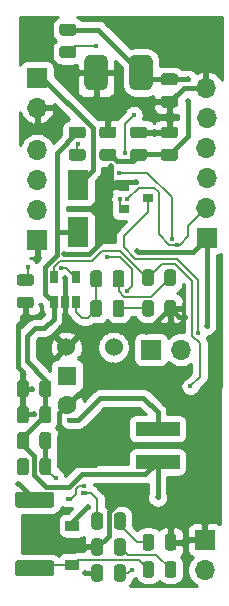
<source format=gbr>
%TF.GenerationSoftware,KiCad,Pcbnew,(5.1.10)-1*%
%TF.CreationDate,2021-06-07T16:12:12-04:00*%
%TF.ProjectId,Thermometre_IR,54686572-6d6f-46d6-9574-72655f49522e,rev?*%
%TF.SameCoordinates,Original*%
%TF.FileFunction,Copper,L2,Bot*%
%TF.FilePolarity,Positive*%
%FSLAX46Y46*%
G04 Gerber Fmt 4.6, Leading zero omitted, Abs format (unit mm)*
G04 Created by KiCad (PCBNEW (5.1.10)-1) date 2021-06-07 16:12:12*
%MOMM*%
%LPD*%
G01*
G04 APERTURE LIST*
%TA.AperFunction,ComponentPad*%
%ADD10C,1.524000*%
%TD*%
%TA.AperFunction,SMDPad,CuDef*%
%ADD11R,3.700000X1.200000*%
%TD*%
%TA.AperFunction,SMDPad,CuDef*%
%ADD12R,1.800000X2.500000*%
%TD*%
%TA.AperFunction,ComponentPad*%
%ADD13C,1.600000*%
%TD*%
%TA.AperFunction,ComponentPad*%
%ADD14R,1.600000X1.600000*%
%TD*%
%TA.AperFunction,ComponentPad*%
%ADD15O,1.700000X1.700000*%
%TD*%
%TA.AperFunction,ComponentPad*%
%ADD16R,1.700000X1.700000*%
%TD*%
%TA.AperFunction,SMDPad,CuDef*%
%ADD17R,1.200000X0.900000*%
%TD*%
%TA.AperFunction,SMDPad,CuDef*%
%ADD18R,0.650000X1.060000*%
%TD*%
%TA.AperFunction,SMDPad,CuDef*%
%ADD19R,2.700000X2.700000*%
%TD*%
%TA.AperFunction,ComponentPad*%
%ADD20C,0.500000*%
%TD*%
%TA.AperFunction,SMDPad,CuDef*%
%ADD21R,0.900000X0.800000*%
%TD*%
%TA.AperFunction,SMDPad,CuDef*%
%ADD22R,0.510000X0.400000*%
%TD*%
%TA.AperFunction,ViaPad*%
%ADD23C,0.508000*%
%TD*%
%TA.AperFunction,ViaPad*%
%ADD24C,0.381000*%
%TD*%
%TA.AperFunction,Conductor*%
%ADD25C,0.406400*%
%TD*%
%TA.AperFunction,Conductor*%
%ADD26C,0.203200*%
%TD*%
%TA.AperFunction,Conductor*%
%ADD27C,0.254000*%
%TD*%
%TA.AperFunction,Conductor*%
%ADD28C,0.100000*%
%TD*%
G04 APERTURE END LIST*
D10*
%TO.P,J5,2*%
%TO.N,GND*%
X169082720Y-91292680D03*
%TO.P,J5,1*%
%TO.N,/D4*%
X173082720Y-91292680D03*
%TD*%
D11*
%TO.P,L1,2*%
%TO.N,Net-(L1-Pad2)*%
X176800000Y-98200000D03*
%TO.P,L1,1*%
%TO.N,+BATT*%
X176800000Y-101000000D03*
%TD*%
D12*
%TO.P,D6,2*%
%TO.N,Net-(D6-Pad2)*%
X170027600Y-77534000D03*
%TO.P,D6,1*%
%TO.N,+BATT*%
X170027600Y-81534000D03*
%TD*%
D13*
%TO.P,C10,2*%
%TO.N,GND*%
X169150000Y-96200000D03*
D14*
%TO.P,C10,1*%
%TO.N,Net-(C10-Pad1)*%
X169150000Y-93700000D03*
%TD*%
%TO.P,J1,3*%
%TO.N,+5V*%
%TA.AperFunction,SMDPad,CuDef*%
G36*
G01*
X174400000Y-69028000D02*
X174400000Y-67028000D01*
G75*
G02*
X174900000Y-66528000I500000J0D01*
G01*
X175900000Y-66528000D01*
G75*
G02*
X176400000Y-67028000I0J-500000D01*
G01*
X176400000Y-69028000D01*
G75*
G02*
X175900000Y-69528000I-500000J0D01*
G01*
X174900000Y-69528000D01*
G75*
G02*
X174400000Y-69028000I0J500000D01*
G01*
G37*
%TD.AperFunction*%
%TO.P,J1,4*%
%TO.N,GND*%
%TA.AperFunction,SMDPad,CuDef*%
G36*
G01*
X170600000Y-69028000D02*
X170600000Y-67028000D01*
G75*
G02*
X171100000Y-66528000I500000J0D01*
G01*
X172100000Y-66528000D01*
G75*
G02*
X172600000Y-67028000I0J-500000D01*
G01*
X172600000Y-69028000D01*
G75*
G02*
X172100000Y-69528000I-500000J0D01*
G01*
X171100000Y-69528000D01*
G75*
G02*
X170600000Y-69028000I0J500000D01*
G01*
G37*
%TD.AperFunction*%
%TD*%
%TO.P,R15,2*%
%TO.N,/SCL*%
%TA.AperFunction,SMDPad,CuDef*%
G36*
G01*
X168725000Y-65800000D02*
X169675000Y-65800000D01*
G75*
G02*
X169925000Y-66050000I0J-250000D01*
G01*
X169925000Y-66550000D01*
G75*
G02*
X169675000Y-66800000I-250000J0D01*
G01*
X168725000Y-66800000D01*
G75*
G02*
X168475000Y-66550000I0J250000D01*
G01*
X168475000Y-66050000D01*
G75*
G02*
X168725000Y-65800000I250000J0D01*
G01*
G37*
%TD.AperFunction*%
%TO.P,R15,1*%
%TO.N,+5V*%
%TA.AperFunction,SMDPad,CuDef*%
G36*
G01*
X168725000Y-63900000D02*
X169675000Y-63900000D01*
G75*
G02*
X169925000Y-64150000I0J-250000D01*
G01*
X169925000Y-64650000D01*
G75*
G02*
X169675000Y-64900000I-250000J0D01*
G01*
X168725000Y-64900000D01*
G75*
G02*
X168475000Y-64650000I0J250000D01*
G01*
X168475000Y-64150000D01*
G75*
G02*
X168725000Y-63900000I250000J0D01*
G01*
G37*
%TD.AperFunction*%
%TD*%
%TO.P,F1,2*%
%TO.N,Net-(C10-Pad1)*%
%TA.AperFunction,SMDPad,CuDef*%
G36*
G01*
X167825001Y-104875000D02*
X164974999Y-104875000D01*
G75*
G02*
X164725000Y-104625001I0J249999D01*
G01*
X164725000Y-103774999D01*
G75*
G02*
X164974999Y-103525000I249999J0D01*
G01*
X167825001Y-103525000D01*
G75*
G02*
X168075000Y-103774999I0J-249999D01*
G01*
X168075000Y-104625001D01*
G75*
G02*
X167825001Y-104875000I-249999J0D01*
G01*
G37*
%TD.AperFunction*%
%TO.P,F1,1*%
%TO.N,Net-(D4-Pad2)*%
%TA.AperFunction,SMDPad,CuDef*%
G36*
G01*
X167825001Y-110675000D02*
X164974999Y-110675000D01*
G75*
G02*
X164725000Y-110425001I0J249999D01*
G01*
X164725000Y-109574999D01*
G75*
G02*
X164974999Y-109325000I249999J0D01*
G01*
X167825001Y-109325000D01*
G75*
G02*
X168075000Y-109574999I0J-249999D01*
G01*
X168075000Y-110425001D01*
G75*
G02*
X167825001Y-110675000I-249999J0D01*
G01*
G37*
%TD.AperFunction*%
%TD*%
D15*
%TO.P,J4,6*%
%TO.N,GND*%
X180900000Y-69300000D03*
%TO.P,J4,5*%
%TO.N,/SCK*%
X181000000Y-71840000D03*
%TO.P,J4,4*%
%TO.N,/Miso*%
X180900000Y-74380000D03*
%TO.P,J4,3*%
%TO.N,/Mosi*%
X181000000Y-76920000D03*
%TO.P,J4,2*%
%TO.N,/Reset*%
X180900000Y-79500000D03*
D16*
%TO.P,J4,1*%
%TO.N,+5V*%
X181000000Y-82000000D03*
%TD*%
D17*
%TO.P,D4,2*%
%TO.N,Net-(D4-Pad2)*%
X169600000Y-109700000D03*
%TO.P,D4,1*%
%TO.N,+5V*%
X169600000Y-106400000D03*
%TD*%
D15*
%TO.P,J7,2*%
%TO.N,GND*%
X166600000Y-71000000D03*
D16*
%TO.P,J7,1*%
%TO.N,Net-(D6-Pad2)*%
X166600000Y-68460000D03*
%TD*%
D18*
%TO.P,U3,5*%
%TO.N,Net-(R9-Pad2)*%
X169900000Y-85300000D03*
%TO.P,U3,4*%
%TO.N,Net-(C8-Pad1)*%
X168000000Y-85300000D03*
%TO.P,U3,3*%
%TO.N,+BATT*%
X168000000Y-87500000D03*
%TO.P,U3,2*%
%TO.N,GND*%
X168950000Y-87500000D03*
%TO.P,U3,1*%
%TO.N,Net-(R5-Pad1)*%
X169900000Y-87500000D03*
%TD*%
D19*
%TO.P,U2,17*%
%TO.N,GND*%
X169650000Y-100200000D03*
D20*
X168550000Y-101300000D03*
X168550000Y-100200000D03*
X168550000Y-99100000D03*
X169650000Y-101300000D03*
X169650000Y-100200000D03*
X169650000Y-99100000D03*
X170750000Y-101300000D03*
X170750000Y-100200000D03*
X170750000Y-99100000D03*
%TD*%
%TO.P,R12,2*%
%TO.N,/A0*%
%TA.AperFunction,SMDPad,CuDef*%
G36*
G01*
X169525000Y-74500000D02*
X170475000Y-74500000D01*
G75*
G02*
X170725000Y-74750000I0J-250000D01*
G01*
X170725000Y-75250000D01*
G75*
G02*
X170475000Y-75500000I-250000J0D01*
G01*
X169525000Y-75500000D01*
G75*
G02*
X169275000Y-75250000I0J250000D01*
G01*
X169275000Y-74750000D01*
G75*
G02*
X169525000Y-74500000I250000J0D01*
G01*
G37*
%TD.AperFunction*%
%TO.P,R12,1*%
%TO.N,+BATT*%
%TA.AperFunction,SMDPad,CuDef*%
G36*
G01*
X169525000Y-72600000D02*
X170475000Y-72600000D01*
G75*
G02*
X170725000Y-72850000I0J-250000D01*
G01*
X170725000Y-73350000D01*
G75*
G02*
X170475000Y-73600000I-250000J0D01*
G01*
X169525000Y-73600000D01*
G75*
G02*
X169275000Y-73350000I0J250000D01*
G01*
X169275000Y-72850000D01*
G75*
G02*
X169525000Y-72600000I250000J0D01*
G01*
G37*
%TD.AperFunction*%
%TD*%
%TO.P,R11,2*%
%TO.N,GND*%
%TA.AperFunction,SMDPad,CuDef*%
G36*
G01*
X172200000Y-107725000D02*
X172200000Y-108675000D01*
G75*
G02*
X171950000Y-108925000I-250000J0D01*
G01*
X171450000Y-108925000D01*
G75*
G02*
X171200000Y-108675000I0J250000D01*
G01*
X171200000Y-107725000D01*
G75*
G02*
X171450000Y-107475000I250000J0D01*
G01*
X171950000Y-107475000D01*
G75*
G02*
X172200000Y-107725000I0J-250000D01*
G01*
G37*
%TD.AperFunction*%
%TO.P,R11,1*%
%TO.N,Net-(D5-Pad1)*%
%TA.AperFunction,SMDPad,CuDef*%
G36*
G01*
X174100000Y-107725000D02*
X174100000Y-108675000D01*
G75*
G02*
X173850000Y-108925000I-250000J0D01*
G01*
X173350000Y-108925000D01*
G75*
G02*
X173100000Y-108675000I0J250000D01*
G01*
X173100000Y-107725000D01*
G75*
G02*
X173350000Y-107475000I250000J0D01*
G01*
X173850000Y-107475000D01*
G75*
G02*
X174100000Y-107725000I0J-250000D01*
G01*
G37*
%TD.AperFunction*%
%TD*%
%TO.P,R10,2*%
%TO.N,Net-(D3-Pad2)*%
%TA.AperFunction,SMDPad,CuDef*%
G36*
G01*
X173100000Y-106475000D02*
X173100000Y-105525000D01*
G75*
G02*
X173350000Y-105275000I250000J0D01*
G01*
X173850000Y-105275000D01*
G75*
G02*
X174100000Y-105525000I0J-250000D01*
G01*
X174100000Y-106475000D01*
G75*
G02*
X173850000Y-106725000I-250000J0D01*
G01*
X173350000Y-106725000D01*
G75*
G02*
X173100000Y-106475000I0J250000D01*
G01*
G37*
%TD.AperFunction*%
%TO.P,R10,1*%
%TO.N,Net-(Q1-Pad3)*%
%TA.AperFunction,SMDPad,CuDef*%
G36*
G01*
X171200000Y-106475000D02*
X171200000Y-105525000D01*
G75*
G02*
X171450000Y-105275000I250000J0D01*
G01*
X171950000Y-105275000D01*
G75*
G02*
X172200000Y-105525000I0J-250000D01*
G01*
X172200000Y-106475000D01*
G75*
G02*
X171950000Y-106725000I-250000J0D01*
G01*
X171450000Y-106725000D01*
G75*
G02*
X171200000Y-106475000I0J250000D01*
G01*
G37*
%TD.AperFunction*%
%TD*%
%TO.P,R9,2*%
%TO.N,Net-(R9-Pad2)*%
%TA.AperFunction,SMDPad,CuDef*%
G36*
G01*
X166075000Y-86100000D02*
X165125000Y-86100000D01*
G75*
G02*
X164875000Y-85850000I0J250000D01*
G01*
X164875000Y-85350000D01*
G75*
G02*
X165125000Y-85100000I250000J0D01*
G01*
X166075000Y-85100000D01*
G75*
G02*
X166325000Y-85350000I0J-250000D01*
G01*
X166325000Y-85850000D01*
G75*
G02*
X166075000Y-86100000I-250000J0D01*
G01*
G37*
%TD.AperFunction*%
%TO.P,R9,1*%
%TO.N,GND*%
%TA.AperFunction,SMDPad,CuDef*%
G36*
G01*
X166075000Y-88000000D02*
X165125000Y-88000000D01*
G75*
G02*
X164875000Y-87750000I0J250000D01*
G01*
X164875000Y-87250000D01*
G75*
G02*
X165125000Y-87000000I250000J0D01*
G01*
X166075000Y-87000000D01*
G75*
G02*
X166325000Y-87250000I0J-250000D01*
G01*
X166325000Y-87750000D01*
G75*
G02*
X166075000Y-88000000I-250000J0D01*
G01*
G37*
%TD.AperFunction*%
%TD*%
%TO.P,R8,2*%
%TO.N,Net-(R5-Pad1)*%
%TA.AperFunction,SMDPad,CuDef*%
G36*
G01*
X172100000Y-87525000D02*
X172100000Y-88475000D01*
G75*
G02*
X171850000Y-88725000I-250000J0D01*
G01*
X171350000Y-88725000D01*
G75*
G02*
X171100000Y-88475000I0J250000D01*
G01*
X171100000Y-87525000D01*
G75*
G02*
X171350000Y-87275000I250000J0D01*
G01*
X171850000Y-87275000D01*
G75*
G02*
X172100000Y-87525000I0J-250000D01*
G01*
G37*
%TD.AperFunction*%
%TO.P,R8,1*%
%TO.N,Net-(D2-Pad2)*%
%TA.AperFunction,SMDPad,CuDef*%
G36*
G01*
X174000000Y-87525000D02*
X174000000Y-88475000D01*
G75*
G02*
X173750000Y-88725000I-250000J0D01*
G01*
X173250000Y-88725000D01*
G75*
G02*
X173000000Y-88475000I0J250000D01*
G01*
X173000000Y-87525000D01*
G75*
G02*
X173250000Y-87275000I250000J0D01*
G01*
X173750000Y-87275000D01*
G75*
G02*
X174000000Y-87525000I0J-250000D01*
G01*
G37*
%TD.AperFunction*%
%TD*%
%TO.P,R5,2*%
%TO.N,Net-(D1-Pad1)*%
%TA.AperFunction,SMDPad,CuDef*%
G36*
G01*
X173000000Y-85975000D02*
X173000000Y-85025000D01*
G75*
G02*
X173250000Y-84775000I250000J0D01*
G01*
X173750000Y-84775000D01*
G75*
G02*
X174000000Y-85025000I0J-250000D01*
G01*
X174000000Y-85975000D01*
G75*
G02*
X173750000Y-86225000I-250000J0D01*
G01*
X173250000Y-86225000D01*
G75*
G02*
X173000000Y-85975000I0J250000D01*
G01*
G37*
%TD.AperFunction*%
%TO.P,R5,1*%
%TO.N,Net-(R5-Pad1)*%
%TA.AperFunction,SMDPad,CuDef*%
G36*
G01*
X171100000Y-85975000D02*
X171100000Y-85025000D01*
G75*
G02*
X171350000Y-84775000I250000J0D01*
G01*
X171850000Y-84775000D01*
G75*
G02*
X172100000Y-85025000I0J-250000D01*
G01*
X172100000Y-85975000D01*
G75*
G02*
X171850000Y-86225000I-250000J0D01*
G01*
X171350000Y-86225000D01*
G75*
G02*
X171100000Y-85975000I0J250000D01*
G01*
G37*
%TD.AperFunction*%
%TD*%
%TO.P,R3,2*%
%TO.N,GND*%
%TA.AperFunction,SMDPad,CuDef*%
G36*
G01*
X165900000Y-100925000D02*
X165900000Y-101875000D01*
G75*
G02*
X165650000Y-102125000I-250000J0D01*
G01*
X165150000Y-102125000D01*
G75*
G02*
X164900000Y-101875000I0J250000D01*
G01*
X164900000Y-100925000D01*
G75*
G02*
X165150000Y-100675000I250000J0D01*
G01*
X165650000Y-100675000D01*
G75*
G02*
X165900000Y-100925000I0J-250000D01*
G01*
G37*
%TD.AperFunction*%
%TO.P,R3,1*%
%TO.N,Net-(R2-Pad2)*%
%TA.AperFunction,SMDPad,CuDef*%
G36*
G01*
X167800000Y-100925000D02*
X167800000Y-101875000D01*
G75*
G02*
X167550000Y-102125000I-250000J0D01*
G01*
X167050000Y-102125000D01*
G75*
G02*
X166800000Y-101875000I0J250000D01*
G01*
X166800000Y-100925000D01*
G75*
G02*
X167050000Y-100675000I250000J0D01*
G01*
X167550000Y-100675000D01*
G75*
G02*
X167800000Y-100925000I0J-250000D01*
G01*
G37*
%TD.AperFunction*%
%TD*%
%TO.P,R2,2*%
%TO.N,Net-(R2-Pad2)*%
%TA.AperFunction,SMDPad,CuDef*%
G36*
G01*
X166800000Y-99675000D02*
X166800000Y-98725000D01*
G75*
G02*
X167050000Y-98475000I250000J0D01*
G01*
X167550000Y-98475000D01*
G75*
G02*
X167800000Y-98725000I0J-250000D01*
G01*
X167800000Y-99675000D01*
G75*
G02*
X167550000Y-99925000I-250000J0D01*
G01*
X167050000Y-99925000D01*
G75*
G02*
X166800000Y-99675000I0J250000D01*
G01*
G37*
%TD.AperFunction*%
%TO.P,R2,1*%
%TO.N,+BATT*%
%TA.AperFunction,SMDPad,CuDef*%
G36*
G01*
X164900000Y-99675000D02*
X164900000Y-98725000D01*
G75*
G02*
X165150000Y-98475000I250000J0D01*
G01*
X165650000Y-98475000D01*
G75*
G02*
X165900000Y-98725000I0J-250000D01*
G01*
X165900000Y-99675000D01*
G75*
G02*
X165650000Y-99925000I-250000J0D01*
G01*
X165150000Y-99925000D01*
G75*
G02*
X164900000Y-99675000I0J250000D01*
G01*
G37*
%TD.AperFunction*%
%TD*%
D21*
%TO.P,Q2,3*%
%TO.N,Net-(J3-Pad2)*%
X175971200Y-78650000D03*
%TO.P,Q2,2*%
%TO.N,GND*%
X173971200Y-77700000D03*
%TO.P,Q2,1*%
%TO.N,/D2_digital_io*%
X173971200Y-79600000D03*
%TD*%
D22*
%TO.P,Q1,2*%
%TO.N,+BATT*%
X169310000Y-103100000D03*
%TO.P,Q1,3*%
%TO.N,Net-(Q1-Pad3)*%
X170600000Y-103600000D03*
%TO.P,Q1,1*%
%TO.N,Net-(Q1-Pad1)*%
X169310000Y-104100000D03*
%TD*%
D15*
%TO.P,J6,2*%
%TO.N,Net-(C8-Pad1)*%
X180800000Y-110140000D03*
D16*
%TO.P,J6,1*%
%TO.N,GND*%
X180800000Y-107600000D03*
%TD*%
D15*
%TO.P,J3,2*%
%TO.N,Net-(J3-Pad2)*%
X178790000Y-91500000D03*
D16*
%TO.P,J3,1*%
%TO.N,+5V*%
X176250000Y-91500000D03*
%TD*%
D15*
%TO.P,J2,4*%
%TO.N,/SDA*%
X166600000Y-74600000D03*
%TO.P,J2,3*%
%TO.N,/SCL*%
X166600000Y-77140000D03*
%TO.P,J2,2*%
%TO.N,+5V*%
X166600000Y-79680000D03*
D16*
%TO.P,J2,1*%
%TO.N,GND*%
X166600000Y-82220000D03*
%TD*%
%TO.P,D5,2*%
%TO.N,Net-(D4-Pad2)*%
%TA.AperFunction,SMDPad,CuDef*%
G36*
G01*
X176512500Y-109643750D02*
X176512500Y-110556250D01*
G75*
G02*
X176268750Y-110800000I-243750J0D01*
G01*
X175781250Y-110800000D01*
G75*
G02*
X175537500Y-110556250I0J243750D01*
G01*
X175537500Y-109643750D01*
G75*
G02*
X175781250Y-109400000I243750J0D01*
G01*
X176268750Y-109400000D01*
G75*
G02*
X176512500Y-109643750I0J-243750D01*
G01*
G37*
%TD.AperFunction*%
%TO.P,D5,1*%
%TO.N,Net-(D5-Pad1)*%
%TA.AperFunction,SMDPad,CuDef*%
G36*
G01*
X178387500Y-109643750D02*
X178387500Y-110556250D01*
G75*
G02*
X178143750Y-110800000I-243750J0D01*
G01*
X177656250Y-110800000D01*
G75*
G02*
X177412500Y-110556250I0J243750D01*
G01*
X177412500Y-109643750D01*
G75*
G02*
X177656250Y-109400000I243750J0D01*
G01*
X178143750Y-109400000D01*
G75*
G02*
X178387500Y-109643750I0J-243750D01*
G01*
G37*
%TD.AperFunction*%
%TD*%
%TO.P,D3,2*%
%TO.N,Net-(D3-Pad2)*%
%TA.AperFunction,SMDPad,CuDef*%
G36*
G01*
X176512500Y-107343750D02*
X176512500Y-108256250D01*
G75*
G02*
X176268750Y-108500000I-243750J0D01*
G01*
X175781250Y-108500000D01*
G75*
G02*
X175537500Y-108256250I0J243750D01*
G01*
X175537500Y-107343750D01*
G75*
G02*
X175781250Y-107100000I243750J0D01*
G01*
X176268750Y-107100000D01*
G75*
G02*
X176512500Y-107343750I0J-243750D01*
G01*
G37*
%TD.AperFunction*%
%TO.P,D3,1*%
%TO.N,GND*%
%TA.AperFunction,SMDPad,CuDef*%
G36*
G01*
X178387500Y-107343750D02*
X178387500Y-108256250D01*
G75*
G02*
X178143750Y-108500000I-243750J0D01*
G01*
X177656250Y-108500000D01*
G75*
G02*
X177412500Y-108256250I0J243750D01*
G01*
X177412500Y-107343750D01*
G75*
G02*
X177656250Y-107100000I243750J0D01*
G01*
X178143750Y-107100000D01*
G75*
G02*
X178387500Y-107343750I0J-243750D01*
G01*
G37*
%TD.AperFunction*%
%TD*%
%TO.P,D2,2*%
%TO.N,Net-(D2-Pad2)*%
%TA.AperFunction,SMDPad,CuDef*%
G36*
G01*
X176487500Y-87543750D02*
X176487500Y-88456250D01*
G75*
G02*
X176243750Y-88700000I-243750J0D01*
G01*
X175756250Y-88700000D01*
G75*
G02*
X175512500Y-88456250I0J243750D01*
G01*
X175512500Y-87543750D01*
G75*
G02*
X175756250Y-87300000I243750J0D01*
G01*
X176243750Y-87300000D01*
G75*
G02*
X176487500Y-87543750I0J-243750D01*
G01*
G37*
%TD.AperFunction*%
%TO.P,D2,1*%
%TO.N,GND*%
%TA.AperFunction,SMDPad,CuDef*%
G36*
G01*
X178362500Y-87543750D02*
X178362500Y-88456250D01*
G75*
G02*
X178118750Y-88700000I-243750J0D01*
G01*
X177631250Y-88700000D01*
G75*
G02*
X177387500Y-88456250I0J243750D01*
G01*
X177387500Y-87543750D01*
G75*
G02*
X177631250Y-87300000I243750J0D01*
G01*
X178118750Y-87300000D01*
G75*
G02*
X178362500Y-87543750I0J-243750D01*
G01*
G37*
%TD.AperFunction*%
%TD*%
%TO.P,D1,2*%
%TO.N,Net-(C8-Pad1)*%
%TA.AperFunction,SMDPad,CuDef*%
G36*
G01*
X176487500Y-84943750D02*
X176487500Y-85856250D01*
G75*
G02*
X176243750Y-86100000I-243750J0D01*
G01*
X175756250Y-86100000D01*
G75*
G02*
X175512500Y-85856250I0J243750D01*
G01*
X175512500Y-84943750D01*
G75*
G02*
X175756250Y-84700000I243750J0D01*
G01*
X176243750Y-84700000D01*
G75*
G02*
X176487500Y-84943750I0J-243750D01*
G01*
G37*
%TD.AperFunction*%
%TO.P,D1,1*%
%TO.N,Net-(D1-Pad1)*%
%TA.AperFunction,SMDPad,CuDef*%
G36*
G01*
X178362500Y-84943750D02*
X178362500Y-85856250D01*
G75*
G02*
X178118750Y-86100000I-243750J0D01*
G01*
X177631250Y-86100000D01*
G75*
G02*
X177387500Y-85856250I0J243750D01*
G01*
X177387500Y-84943750D01*
G75*
G02*
X177631250Y-84700000I243750J0D01*
G01*
X178118750Y-84700000D01*
G75*
G02*
X178362500Y-84943750I0J-243750D01*
G01*
G37*
%TD.AperFunction*%
%TD*%
%TO.P,C12,2*%
%TO.N,GND*%
%TA.AperFunction,SMDPad,CuDef*%
G36*
G01*
X177325000Y-70000000D02*
X178275000Y-70000000D01*
G75*
G02*
X178525000Y-70250000I0J-250000D01*
G01*
X178525000Y-70750000D01*
G75*
G02*
X178275000Y-71000000I-250000J0D01*
G01*
X177325000Y-71000000D01*
G75*
G02*
X177075000Y-70750000I0J250000D01*
G01*
X177075000Y-70250000D01*
G75*
G02*
X177325000Y-70000000I250000J0D01*
G01*
G37*
%TD.AperFunction*%
%TO.P,C12,1*%
%TO.N,+5V*%
%TA.AperFunction,SMDPad,CuDef*%
G36*
G01*
X177325000Y-68100000D02*
X178275000Y-68100000D01*
G75*
G02*
X178525000Y-68350000I0J-250000D01*
G01*
X178525000Y-68850000D01*
G75*
G02*
X178275000Y-69100000I-250000J0D01*
G01*
X177325000Y-69100000D01*
G75*
G02*
X177075000Y-68850000I0J250000D01*
G01*
X177075000Y-68350000D01*
G75*
G02*
X177325000Y-68100000I250000J0D01*
G01*
G37*
%TD.AperFunction*%
%TD*%
%TO.P,C8,2*%
%TO.N,GND*%
%TA.AperFunction,SMDPad,CuDef*%
G36*
G01*
X172200000Y-109925000D02*
X172200000Y-110875000D01*
G75*
G02*
X171950000Y-111125000I-250000J0D01*
G01*
X171450000Y-111125000D01*
G75*
G02*
X171200000Y-110875000I0J250000D01*
G01*
X171200000Y-109925000D01*
G75*
G02*
X171450000Y-109675000I250000J0D01*
G01*
X171950000Y-109675000D01*
G75*
G02*
X172200000Y-109925000I0J-250000D01*
G01*
G37*
%TD.AperFunction*%
%TO.P,C8,1*%
%TO.N,Net-(C8-Pad1)*%
%TA.AperFunction,SMDPad,CuDef*%
G36*
G01*
X174100000Y-109925000D02*
X174100000Y-110875000D01*
G75*
G02*
X173850000Y-111125000I-250000J0D01*
G01*
X173350000Y-111125000D01*
G75*
G02*
X173100000Y-110875000I0J250000D01*
G01*
X173100000Y-109925000D01*
G75*
G02*
X173350000Y-109675000I250000J0D01*
G01*
X173850000Y-109675000D01*
G75*
G02*
X174100000Y-109925000I0J-250000D01*
G01*
G37*
%TD.AperFunction*%
%TD*%
%TO.P,C7,2*%
%TO.N,GND*%
%TA.AperFunction,SMDPad,CuDef*%
G36*
G01*
X165900000Y-94325000D02*
X165900000Y-95275000D01*
G75*
G02*
X165650000Y-95525000I-250000J0D01*
G01*
X165150000Y-95525000D01*
G75*
G02*
X164900000Y-95275000I0J250000D01*
G01*
X164900000Y-94325000D01*
G75*
G02*
X165150000Y-94075000I250000J0D01*
G01*
X165650000Y-94075000D01*
G75*
G02*
X165900000Y-94325000I0J-250000D01*
G01*
G37*
%TD.AperFunction*%
%TO.P,C7,1*%
%TO.N,+BATT*%
%TA.AperFunction,SMDPad,CuDef*%
G36*
G01*
X167800000Y-94325000D02*
X167800000Y-95275000D01*
G75*
G02*
X167550000Y-95525000I-250000J0D01*
G01*
X167050000Y-95525000D01*
G75*
G02*
X166800000Y-95275000I0J250000D01*
G01*
X166800000Y-94325000D01*
G75*
G02*
X167050000Y-94075000I250000J0D01*
G01*
X167550000Y-94075000D01*
G75*
G02*
X167800000Y-94325000I0J-250000D01*
G01*
G37*
%TD.AperFunction*%
%TD*%
%TO.P,C6,2*%
%TO.N,GND*%
%TA.AperFunction,SMDPad,CuDef*%
G36*
G01*
X165900000Y-96525000D02*
X165900000Y-97475000D01*
G75*
G02*
X165650000Y-97725000I-250000J0D01*
G01*
X165150000Y-97725000D01*
G75*
G02*
X164900000Y-97475000I0J250000D01*
G01*
X164900000Y-96525000D01*
G75*
G02*
X165150000Y-96275000I250000J0D01*
G01*
X165650000Y-96275000D01*
G75*
G02*
X165900000Y-96525000I0J-250000D01*
G01*
G37*
%TD.AperFunction*%
%TO.P,C6,1*%
%TO.N,+BATT*%
%TA.AperFunction,SMDPad,CuDef*%
G36*
G01*
X167800000Y-96525000D02*
X167800000Y-97475000D01*
G75*
G02*
X167550000Y-97725000I-250000J0D01*
G01*
X167050000Y-97725000D01*
G75*
G02*
X166800000Y-97475000I0J250000D01*
G01*
X166800000Y-96525000D01*
G75*
G02*
X167050000Y-96275000I250000J0D01*
G01*
X167550000Y-96275000D01*
G75*
G02*
X167800000Y-96525000I0J-250000D01*
G01*
G37*
%TD.AperFunction*%
%TD*%
%TO.P,C5,2*%
%TO.N,GND*%
%TA.AperFunction,SMDPad,CuDef*%
G36*
G01*
X178275000Y-73600000D02*
X177325000Y-73600000D01*
G75*
G02*
X177075000Y-73350000I0J250000D01*
G01*
X177075000Y-72850000D01*
G75*
G02*
X177325000Y-72600000I250000J0D01*
G01*
X178275000Y-72600000D01*
G75*
G02*
X178525000Y-72850000I0J-250000D01*
G01*
X178525000Y-73350000D01*
G75*
G02*
X178275000Y-73600000I-250000J0D01*
G01*
G37*
%TD.AperFunction*%
%TO.P,C5,1*%
%TO.N,+5V*%
%TA.AperFunction,SMDPad,CuDef*%
G36*
G01*
X178275000Y-75500000D02*
X177325000Y-75500000D01*
G75*
G02*
X177075000Y-75250000I0J250000D01*
G01*
X177075000Y-74750000D01*
G75*
G02*
X177325000Y-74500000I250000J0D01*
G01*
X178275000Y-74500000D01*
G75*
G02*
X178525000Y-74750000I0J-250000D01*
G01*
X178525000Y-75250000D01*
G75*
G02*
X178275000Y-75500000I-250000J0D01*
G01*
G37*
%TD.AperFunction*%
%TD*%
%TO.P,C4,2*%
%TO.N,GND*%
%TA.AperFunction,SMDPad,CuDef*%
G36*
G01*
X175675000Y-73600000D02*
X174725000Y-73600000D01*
G75*
G02*
X174475000Y-73350000I0J250000D01*
G01*
X174475000Y-72850000D01*
G75*
G02*
X174725000Y-72600000I250000J0D01*
G01*
X175675000Y-72600000D01*
G75*
G02*
X175925000Y-72850000I0J-250000D01*
G01*
X175925000Y-73350000D01*
G75*
G02*
X175675000Y-73600000I-250000J0D01*
G01*
G37*
%TD.AperFunction*%
%TO.P,C4,1*%
%TO.N,+5V*%
%TA.AperFunction,SMDPad,CuDef*%
G36*
G01*
X175675000Y-75500000D02*
X174725000Y-75500000D01*
G75*
G02*
X174475000Y-75250000I0J250000D01*
G01*
X174475000Y-74750000D01*
G75*
G02*
X174725000Y-74500000I250000J0D01*
G01*
X175675000Y-74500000D01*
G75*
G02*
X175925000Y-74750000I0J-250000D01*
G01*
X175925000Y-75250000D01*
G75*
G02*
X175675000Y-75500000I-250000J0D01*
G01*
G37*
%TD.AperFunction*%
%TD*%
%TO.P,C3,2*%
%TO.N,GND*%
%TA.AperFunction,SMDPad,CuDef*%
G36*
G01*
X173075000Y-73600000D02*
X172125000Y-73600000D01*
G75*
G02*
X171875000Y-73350000I0J250000D01*
G01*
X171875000Y-72850000D01*
G75*
G02*
X172125000Y-72600000I250000J0D01*
G01*
X173075000Y-72600000D01*
G75*
G02*
X173325000Y-72850000I0J-250000D01*
G01*
X173325000Y-73350000D01*
G75*
G02*
X173075000Y-73600000I-250000J0D01*
G01*
G37*
%TD.AperFunction*%
%TO.P,C3,1*%
%TO.N,+5V*%
%TA.AperFunction,SMDPad,CuDef*%
G36*
G01*
X173075000Y-75500000D02*
X172125000Y-75500000D01*
G75*
G02*
X171875000Y-75250000I0J250000D01*
G01*
X171875000Y-74750000D01*
G75*
G02*
X172125000Y-74500000I250000J0D01*
G01*
X173075000Y-74500000D01*
G75*
G02*
X173325000Y-74750000I0J-250000D01*
G01*
X173325000Y-75250000D01*
G75*
G02*
X173075000Y-75500000I-250000J0D01*
G01*
G37*
%TD.AperFunction*%
%TD*%
D23*
%TO.N,GND*%
X166300000Y-96975000D03*
X179125000Y-88725000D03*
X173000000Y-92800000D03*
X174000000Y-97000000D03*
X168913621Y-83407167D03*
X169000000Y-85400000D03*
X165599996Y-88800000D03*
X173400000Y-71000000D03*
X170600000Y-70600000D03*
X170669022Y-110400000D03*
X165657210Y-101343594D03*
X166400000Y-106350000D03*
X166190000Y-94860000D03*
X169520000Y-107720000D03*
X172875000Y-75965080D03*
X174975310Y-77270817D03*
%TO.N,+5V*%
X179400000Y-68600000D03*
X180962501Y-89462501D03*
X179400000Y-70450000D03*
X175052989Y-83147011D03*
X170909006Y-104833445D03*
%TO.N,+BATT*%
X166320395Y-100479605D03*
X176800000Y-103989002D03*
D24*
%TO.N,Net-(C8-Pad1)*%
X174600000Y-110107890D03*
X179568710Y-94600000D03*
D23*
%TO.N,Net-(C10-Pad1)*%
X165000000Y-102831181D03*
D24*
%TO.N,/SDA*%
X174025000Y-74806290D03*
X174800000Y-71600000D03*
%TO.N,/SCL*%
X171600000Y-65800000D03*
%TO.N,Net-(J3-Pad2)*%
X180247968Y-90093711D03*
%TO.N,/Reset*%
X178435569Y-82606300D03*
X174244000Y-78740000D03*
%TO.N,/D4*%
X172481224Y-83679142D03*
X174203078Y-86506280D03*
%TO.N,Net-(L1-Pad2)*%
X169325000Y-97475000D03*
%TO.N,Net-(Q1-Pad1)*%
X170600000Y-103009480D03*
%TO.N,Net-(R2-Pad2)*%
X168200000Y-102400000D03*
%TO.N,Net-(R9-Pad2)*%
X168643798Y-84542856D03*
X165799998Y-84500000D03*
%TO.N,/A0*%
X170027600Y-74066400D03*
%TO.N,/A1*%
X178000000Y-82107890D03*
X173505526Y-76520690D03*
%TO.N,/D2_digital_io*%
X173612213Y-78745372D03*
%TD*%
D25*
%TO.N,GND*%
X165400000Y-94800000D02*
X165400000Y-97000000D01*
X165425000Y-96975000D02*
X165400000Y-97000000D01*
X166300000Y-96975000D02*
X165425000Y-96975000D01*
X178600000Y-88725000D02*
X177875000Y-88000000D01*
X179125000Y-88725000D02*
X178600000Y-88725000D01*
X172600000Y-73100000D02*
X172600000Y-71228000D01*
X179000000Y-69300000D02*
X177800000Y-70500000D01*
X180900000Y-69300000D02*
X179000000Y-69300000D01*
X168950000Y-87500000D02*
X168950000Y-88825000D01*
X168950000Y-88825000D02*
X168949995Y-88824995D01*
X171645507Y-90029809D02*
X171594716Y-90080600D01*
X177875000Y-88000000D02*
X175845191Y-90029809D01*
X175200000Y-73100000D02*
X177800000Y-73100000D01*
X177800000Y-70500000D02*
X177800000Y-73100000D01*
X168950000Y-85450000D02*
X169000000Y-85400000D01*
X168950000Y-87500000D02*
X168950000Y-85450000D01*
X170750000Y-99100000D02*
X170450000Y-98800000D01*
X169950000Y-98800000D02*
X169650000Y-99100000D01*
X170450000Y-98800000D02*
X169950000Y-98800000D01*
X168550000Y-99100000D02*
X168850000Y-98800000D01*
X169350000Y-98800000D02*
X169650000Y-99100000D01*
X168850000Y-98800000D02*
X169350000Y-98800000D01*
X170750000Y-99100000D02*
X171050000Y-99400000D01*
X171050000Y-99900000D02*
X170750000Y-100200000D01*
X171050000Y-99400000D02*
X171050000Y-99900000D01*
X169650000Y-100200000D02*
X170650000Y-100200000D01*
X170650000Y-100200000D02*
X171050000Y-100600000D01*
X171050000Y-101000000D02*
X170750000Y-101300000D01*
X171050000Y-100600000D02*
X171050000Y-101000000D01*
X168550000Y-101300000D02*
X168850000Y-101600000D01*
X169350000Y-101600000D02*
X169650000Y-101300000D01*
X168850000Y-101600000D02*
X169350000Y-101600000D01*
X173833161Y-104042790D02*
X174192371Y-104042790D01*
X172650000Y-105225951D02*
X173833161Y-104042790D01*
X172650000Y-107250000D02*
X172650000Y-105225951D01*
X171700000Y-108200000D02*
X172650000Y-107250000D01*
X171400000Y-100650000D02*
X171400000Y-99000000D01*
X171400000Y-99000000D02*
X170800000Y-98400000D01*
X170750000Y-101300000D02*
X171400000Y-100650000D01*
X168550000Y-99100000D02*
X168550000Y-98650000D01*
X169650000Y-100200000D02*
X171600000Y-100200000D01*
X171300000Y-99100000D02*
X171400000Y-99000000D01*
X170750000Y-99100000D02*
X171300000Y-99100000D01*
X170750000Y-98450000D02*
X170800000Y-98400000D01*
X170750000Y-99100000D02*
X170750000Y-98450000D01*
X169650000Y-98550000D02*
X169800000Y-98400000D01*
X169650000Y-100200000D02*
X169650000Y-98550000D01*
X170800000Y-98400000D02*
X169800000Y-98400000D01*
X168550000Y-98250000D02*
X168550000Y-99100000D01*
X168600000Y-98200000D02*
X168550000Y-98250000D01*
X169800000Y-98400000D02*
X168800000Y-98400000D01*
X168800000Y-98400000D02*
X168600000Y-98200000D01*
X170750000Y-101300000D02*
X171500000Y-101300000D01*
X171050000Y-101000000D02*
X171400000Y-101000000D01*
X173300000Y-68528000D02*
X173300000Y-69899999D01*
X173300000Y-69899999D02*
X172800000Y-70399999D01*
X168500000Y-96850000D02*
X169150000Y-96200000D01*
X168600000Y-98200000D02*
X168500000Y-98100000D01*
X168500000Y-98100000D02*
X168500000Y-96850000D01*
X171700000Y-110400000D02*
X170669022Y-110400000D01*
X165600804Y-101400000D02*
X165657210Y-101343594D01*
X165400000Y-101400000D02*
X165600804Y-101400000D01*
X165460000Y-94860000D02*
X165400000Y-94800000D01*
X166190000Y-94860000D02*
X165460000Y-94860000D01*
X164960000Y-89439996D02*
X165599996Y-88800000D01*
X165400000Y-93410000D02*
X164960000Y-92970000D01*
X165400000Y-94800000D02*
X165400000Y-93410000D01*
X164960000Y-92970000D02*
X164960000Y-89439996D01*
X173971200Y-77700000D02*
X173114800Y-77700000D01*
X172875000Y-77460200D02*
X172875000Y-75965080D01*
X173114800Y-77700000D02*
X172875000Y-77460200D01*
X173325581Y-77270817D02*
X174975310Y-77270817D01*
X172212000Y-78384398D02*
X173325581Y-77270817D01*
X172212000Y-82225362D02*
X172212000Y-78384398D01*
X171030195Y-83407167D02*
X172212000Y-82225362D01*
X168913621Y-83407167D02*
X171030195Y-83407167D01*
%TO.N,+5V*%
X177800000Y-68600000D02*
X179400000Y-68600000D01*
X181000000Y-82000000D02*
X181000000Y-89425002D01*
X181000000Y-89425002D02*
X180962501Y-89462501D01*
X179400000Y-73400000D02*
X179400000Y-70450000D01*
X177800000Y-75000000D02*
X179400000Y-73400000D01*
X175105978Y-83200000D02*
X175052989Y-83147011D01*
X181000000Y-82000000D02*
X179800000Y-83200000D01*
X179800000Y-83200000D02*
X175105978Y-83200000D01*
X175250000Y-74950000D02*
X175200000Y-75000000D01*
X177750000Y-74950000D02*
X175250000Y-74950000D01*
X177800000Y-75000000D02*
X177750000Y-74950000D01*
X169650000Y-106450000D02*
X169600000Y-106400000D01*
X169700000Y-106450000D02*
X169650000Y-106450000D01*
X170841555Y-104833445D02*
X170909006Y-104833445D01*
X169600000Y-106075000D02*
X170841555Y-104833445D01*
X169600000Y-106400000D02*
X169600000Y-106075000D01*
X171772000Y-64400000D02*
X175400000Y-68028000D01*
X169200000Y-64400000D02*
X171772000Y-64400000D01*
X175972000Y-68600000D02*
X177800000Y-68600000D01*
X175400000Y-68028000D02*
X175972000Y-68600000D01*
X172882580Y-75000000D02*
X172600000Y-75000000D01*
X173381409Y-75498829D02*
X172882580Y-75000000D01*
X175200000Y-75000000D02*
X174701171Y-75498829D01*
X174701171Y-75498829D02*
X173381409Y-75498829D01*
%TO.N,+BATT*%
X165400000Y-98900000D02*
X167300000Y-97000000D01*
X165400000Y-99200000D02*
X165400000Y-98900000D01*
X167300000Y-97000000D02*
X167300000Y-94800000D01*
X166320395Y-102069175D02*
X166320395Y-100479605D01*
X169310000Y-103100000D02*
X167351220Y-103100000D01*
X167351220Y-103100000D02*
X166320395Y-102069175D01*
X168256411Y-83520381D02*
X167271799Y-84504993D01*
X167271799Y-86771799D02*
X168000000Y-87500000D01*
X170000000Y-73100000D02*
X168256411Y-74843589D01*
X167271799Y-84504993D02*
X167271799Y-86771799D01*
X165400000Y-99559210D02*
X166320395Y-100479605D01*
X165400000Y-99200000D02*
X165400000Y-99559210D01*
X168000000Y-88878678D02*
X168000000Y-87500000D01*
X167228678Y-89650000D02*
X168000000Y-88878678D01*
X166383724Y-89650000D02*
X167228678Y-89650000D01*
X165717201Y-90316523D02*
X166383724Y-89650000D01*
X165717201Y-92492201D02*
X165717201Y-90316523D01*
X167300000Y-94075000D02*
X165717201Y-92492201D01*
X167300000Y-94800000D02*
X167300000Y-94075000D01*
X175758551Y-102041449D02*
X176800000Y-101000000D01*
X170368551Y-102041449D02*
X175758551Y-102041449D01*
X169310000Y-103100000D02*
X170368551Y-102041449D01*
X176800000Y-103989002D02*
X176800000Y-101000000D01*
X168256411Y-74843589D02*
X168256411Y-81882789D01*
X168256411Y-81882789D02*
X168256411Y-83520381D01*
X168249600Y-81534000D02*
X170027600Y-81534000D01*
X168249600Y-81875978D02*
X168249600Y-81534000D01*
X168256411Y-81882789D02*
X168249600Y-81875978D01*
D26*
%TO.N,Net-(C8-Pad1)*%
X174307890Y-110400000D02*
X174600000Y-110107890D01*
X173600000Y-110400000D02*
X174307890Y-110400000D01*
X179755866Y-90304921D02*
X180400000Y-90949055D01*
X178300000Y-84200001D02*
X179755866Y-85655867D01*
X180400000Y-93768710D02*
X179568710Y-94600000D01*
X177199999Y-84200001D02*
X178300000Y-84200001D01*
X180400000Y-90949055D02*
X180400000Y-93768710D01*
X179755866Y-85655867D02*
X179755866Y-90304921D01*
X176000000Y-85400000D02*
X177199999Y-84200001D01*
X168000000Y-84490702D02*
X168000000Y-85300000D01*
X171241300Y-83977900D02*
X168512802Y-83977900D01*
X173658800Y-83108800D02*
X172110400Y-83108800D01*
X168512802Y-83977900D02*
X168000000Y-84490702D01*
X175950000Y-85400000D02*
X173658800Y-83108800D01*
X172110400Y-83108800D02*
X171241300Y-83977900D01*
X176000000Y-85400000D02*
X175950000Y-85400000D01*
D25*
%TO.N,Net-(C10-Pad1)*%
X166400000Y-104200000D02*
X165031181Y-102831181D01*
X165031181Y-102831181D02*
X165000000Y-102831181D01*
D26*
%TO.N,Net-(D1-Pad1)*%
X176276610Y-86998390D02*
X177875000Y-85400000D01*
X173500000Y-85500000D02*
X173500000Y-86531512D01*
X173500000Y-86531512D02*
X173966878Y-86998390D01*
X173966878Y-86998390D02*
X176276610Y-86998390D01*
%TO.N,Net-(D2-Pad2)*%
X176000000Y-88000000D02*
X173500000Y-88000000D01*
%TO.N,Net-(D3-Pad2)*%
X173600000Y-106350000D02*
X173600000Y-106000000D01*
X175050000Y-107800000D02*
X173600000Y-106350000D01*
X176025000Y-107800000D02*
X175050000Y-107800000D01*
%TO.N,Net-(D4-Pad2)*%
X166700000Y-109700000D02*
X169600000Y-109700000D01*
X166400000Y-110000000D02*
X166700000Y-109700000D01*
X176025000Y-110100000D02*
X175228199Y-109303199D01*
X169996817Y-109303183D02*
X169600000Y-109700000D01*
X175228199Y-109303199D02*
X171016705Y-109303199D01*
X171016705Y-109303199D02*
X171016689Y-109303183D01*
X171016689Y-109303183D02*
X169996817Y-109303183D01*
%TO.N,Net-(D5-Pad1)*%
X174299999Y-108899999D02*
X173600000Y-108200000D01*
X177900000Y-110100000D02*
X176699999Y-108899999D01*
X176699999Y-108899999D02*
X174299999Y-108899999D01*
%TO.N,/SDA*%
X174025000Y-72375000D02*
X174800000Y-71600000D01*
X174025000Y-74806290D02*
X174025000Y-72375000D01*
%TO.N,/SCL*%
X169700000Y-65800000D02*
X169200000Y-66300000D01*
X171600000Y-65800000D02*
X169700000Y-65800000D01*
%TO.N,Net-(J3-Pad2)*%
X173946800Y-82826574D02*
X174917016Y-83796790D01*
X180247968Y-85577743D02*
X180247968Y-90093711D01*
X178467015Y-83796790D02*
X180247968Y-85577743D01*
X174917016Y-83796790D02*
X178467015Y-83796790D01*
X175971200Y-78650000D02*
X175971200Y-79857600D01*
X173946800Y-81882000D02*
X173946800Y-82826574D01*
X175971200Y-79857600D02*
X173946800Y-81882000D01*
%TO.N,/Reset*%
X175209200Y-77774800D02*
X174244000Y-78740000D01*
X176885600Y-81735600D02*
X176885600Y-78171518D01*
X176885600Y-78171518D02*
X176488882Y-77774800D01*
X177750000Y-82600000D02*
X176885600Y-81735600D01*
X178700000Y-82600000D02*
X177750000Y-82600000D01*
X179405629Y-81894371D02*
X178700000Y-82600000D01*
X179405629Y-80994371D02*
X179405629Y-81894371D01*
X176488882Y-77774800D02*
X175209200Y-77774800D01*
X180900000Y-79500000D02*
X179405629Y-80994371D01*
%TO.N,/D4*%
X174596512Y-86112846D02*
X174596512Y-84646512D01*
X173629142Y-83679142D02*
X172481224Y-83679142D01*
X174596512Y-84646512D02*
X173629142Y-83679142D01*
X174203078Y-86506280D02*
X174596512Y-86112846D01*
D25*
%TO.N,Net-(L1-Pad2)*%
X169350000Y-97450000D02*
X169325000Y-97475000D01*
X170100000Y-97450000D02*
X169350000Y-97450000D01*
X171950000Y-95600000D02*
X170100000Y-97450000D01*
X176800000Y-98200000D02*
X176800000Y-96790000D01*
X176800000Y-96790000D02*
X175610000Y-95600000D01*
X175610000Y-95600000D02*
X171950000Y-95600000D01*
D26*
%TO.N,Net-(Q1-Pad3)*%
X171700000Y-106000000D02*
X171700000Y-104146688D01*
X171153312Y-103600000D02*
X170600000Y-103600000D01*
X171700000Y-104146688D02*
X171153312Y-103600000D01*
%TO.N,Net-(Q1-Pad1)*%
X169900000Y-103270041D02*
X170160561Y-103009480D01*
X169900000Y-103705000D02*
X169900000Y-103270041D01*
X169310000Y-104100000D02*
X169505000Y-104100000D01*
X169505000Y-104100000D02*
X169900000Y-103705000D01*
X170160561Y-103009480D02*
X170600000Y-103009480D01*
%TO.N,Net-(R2-Pad2)*%
X167300000Y-101600000D02*
X167300000Y-101400000D01*
X168100000Y-102400000D02*
X167300000Y-101600000D01*
D25*
X167300000Y-99200000D02*
X167300000Y-101400000D01*
D26*
%TO.N,Net-(R5-Pad1)*%
X171600000Y-85500000D02*
X171600000Y-88000000D01*
X171600000Y-88100000D02*
X171600000Y-88000000D01*
X170900000Y-88800000D02*
X171600000Y-88100000D01*
X170400000Y-88800000D02*
X170900000Y-88800000D01*
X169900000Y-87500000D02*
X169900000Y-88300000D01*
X169900000Y-88300000D02*
X170400000Y-88800000D01*
%TO.N,Net-(R9-Pad2)*%
X169017856Y-84542856D02*
X168643798Y-84542856D01*
X169775000Y-85300000D02*
X169017856Y-84542856D01*
X169900000Y-85300000D02*
X169775000Y-85300000D01*
X165800000Y-84500002D02*
X165800000Y-85500000D01*
X165799998Y-84500000D02*
X165800000Y-84500002D01*
%TO.N,/A0*%
X170000000Y-75000000D02*
X170000000Y-74094000D01*
X170000000Y-74094000D02*
X170027600Y-74066400D01*
%TO.N,/A1*%
X178000000Y-78584400D02*
X175936290Y-76520690D01*
X178000000Y-82107890D02*
X178000000Y-78584400D01*
X175936290Y-76520690D02*
X173505526Y-76520690D01*
%TO.N,/D2_digital_io*%
X173612213Y-79241013D02*
X173612213Y-78745372D01*
X173971200Y-79600000D02*
X173612213Y-79241013D01*
D25*
%TO.N,Net-(D6-Pad2)*%
X167008780Y-68460000D02*
X166600000Y-68460000D01*
X171297600Y-72748820D02*
X167008780Y-68460000D01*
X171297600Y-76264000D02*
X171297600Y-72748820D01*
X170027600Y-77534000D02*
X171297600Y-76264000D01*
%TD*%
D27*
%TO.N,GND*%
X182094926Y-106293678D02*
X182004494Y-106219463D01*
X181894180Y-106160498D01*
X181774482Y-106124188D01*
X181650000Y-106111928D01*
X181085750Y-106115000D01*
X180927000Y-106273750D01*
X180927000Y-107473000D01*
X180947000Y-107473000D01*
X180947000Y-107727000D01*
X180927000Y-107727000D01*
X180927000Y-107747000D01*
X180673000Y-107747000D01*
X180673000Y-107727000D01*
X179473750Y-107727000D01*
X179315000Y-107885750D01*
X179311928Y-108450000D01*
X179324188Y-108574482D01*
X179360498Y-108694180D01*
X179419463Y-108804494D01*
X179498815Y-108901185D01*
X179595506Y-108980537D01*
X179705820Y-109039502D01*
X179778380Y-109061513D01*
X179646525Y-109193368D01*
X179484010Y-109436589D01*
X179372068Y-109706842D01*
X179315000Y-109993740D01*
X179315000Y-110286260D01*
X179372068Y-110573158D01*
X179484010Y-110843411D01*
X179646525Y-111086632D01*
X179853368Y-111293475D01*
X180096589Y-111455990D01*
X180137655Y-111473000D01*
X174502551Y-111473000D01*
X174588405Y-111368386D01*
X174670472Y-111214850D01*
X174721008Y-111048254D01*
X174724693Y-111010836D01*
X174831265Y-110923375D01*
X174853352Y-110896462D01*
X174954659Y-110854500D01*
X174966553Y-110893709D01*
X175048042Y-111046164D01*
X175157708Y-111179792D01*
X175291336Y-111289458D01*
X175443791Y-111370947D01*
X175609215Y-111421128D01*
X175781250Y-111438072D01*
X176268750Y-111438072D01*
X176440785Y-111421128D01*
X176606209Y-111370947D01*
X176758664Y-111289458D01*
X176892292Y-111179792D01*
X176962500Y-111094244D01*
X177032708Y-111179792D01*
X177166336Y-111289458D01*
X177318791Y-111370947D01*
X177484215Y-111421128D01*
X177656250Y-111438072D01*
X178143750Y-111438072D01*
X178315785Y-111421128D01*
X178481209Y-111370947D01*
X178633664Y-111289458D01*
X178767292Y-111179792D01*
X178876958Y-111046164D01*
X178958447Y-110893709D01*
X179008628Y-110728285D01*
X179025572Y-110556250D01*
X179025572Y-109643750D01*
X179008628Y-109471715D01*
X178958447Y-109306291D01*
X178876958Y-109153836D01*
X178767292Y-109020208D01*
X178760936Y-109014992D01*
X178838685Y-108951185D01*
X178918037Y-108854494D01*
X178977002Y-108744180D01*
X179013312Y-108624482D01*
X179025572Y-108500000D01*
X179022500Y-108085750D01*
X178863750Y-107927000D01*
X178027000Y-107927000D01*
X178027000Y-107947000D01*
X177773000Y-107947000D01*
X177773000Y-107927000D01*
X177753000Y-107927000D01*
X177753000Y-107673000D01*
X177773000Y-107673000D01*
X177773000Y-106623750D01*
X178027000Y-106623750D01*
X178027000Y-107673000D01*
X178863750Y-107673000D01*
X179022500Y-107514250D01*
X179025572Y-107100000D01*
X179013312Y-106975518D01*
X178977002Y-106855820D01*
X178920440Y-106750000D01*
X179311928Y-106750000D01*
X179315000Y-107314250D01*
X179473750Y-107473000D01*
X180673000Y-107473000D01*
X180673000Y-106273750D01*
X180514250Y-106115000D01*
X179950000Y-106111928D01*
X179825518Y-106124188D01*
X179705820Y-106160498D01*
X179595506Y-106219463D01*
X179498815Y-106298815D01*
X179419463Y-106395506D01*
X179360498Y-106505820D01*
X179324188Y-106625518D01*
X179311928Y-106750000D01*
X178920440Y-106750000D01*
X178918037Y-106745506D01*
X178838685Y-106648815D01*
X178741994Y-106569463D01*
X178631680Y-106510498D01*
X178511982Y-106474188D01*
X178387500Y-106461928D01*
X178185750Y-106465000D01*
X178027000Y-106623750D01*
X177773000Y-106623750D01*
X177614250Y-106465000D01*
X177412500Y-106461928D01*
X177288018Y-106474188D01*
X177168320Y-106510498D01*
X177058006Y-106569463D01*
X176961315Y-106648815D01*
X176897508Y-106726564D01*
X176892292Y-106720208D01*
X176758664Y-106610542D01*
X176606209Y-106529053D01*
X176440785Y-106478872D01*
X176268750Y-106461928D01*
X175781250Y-106461928D01*
X175609215Y-106478872D01*
X175443791Y-106529053D01*
X175291336Y-106610542D01*
X175157708Y-106720208D01*
X175091992Y-106800283D01*
X174738072Y-106446363D01*
X174738072Y-105525000D01*
X174721008Y-105351746D01*
X174670472Y-105185150D01*
X174588405Y-105031614D01*
X174477962Y-104897038D01*
X174343386Y-104786595D01*
X174189850Y-104704528D01*
X174023254Y-104653992D01*
X173850000Y-104636928D01*
X173350000Y-104636928D01*
X173176746Y-104653992D01*
X173010150Y-104704528D01*
X172856614Y-104786595D01*
X172722038Y-104897038D01*
X172650000Y-104984817D01*
X172577962Y-104897038D01*
X172443386Y-104786595D01*
X172436600Y-104782968D01*
X172436600Y-104182874D01*
X172440164Y-104146688D01*
X172425942Y-104002289D01*
X172418759Y-103978609D01*
X172383822Y-103863439D01*
X172315424Y-103735475D01*
X172223375Y-103623313D01*
X172195268Y-103600247D01*
X171699757Y-103104736D01*
X171676687Y-103076625D01*
X171564525Y-102984576D01*
X171436561Y-102916178D01*
X171422250Y-102911837D01*
X171415847Y-102879649D01*
X175717388Y-102879649D01*
X175758551Y-102883703D01*
X175799714Y-102879649D01*
X175799721Y-102879649D01*
X175922867Y-102867520D01*
X175961800Y-102855710D01*
X175961800Y-103689527D01*
X175945164Y-103729690D01*
X175911000Y-103901443D01*
X175911000Y-104076561D01*
X175945164Y-104248314D01*
X176012179Y-104410101D01*
X176109469Y-104555706D01*
X176233296Y-104679533D01*
X176378901Y-104776823D01*
X176540688Y-104843838D01*
X176712441Y-104878002D01*
X176887559Y-104878002D01*
X177059312Y-104843838D01*
X177221099Y-104776823D01*
X177366704Y-104679533D01*
X177490531Y-104555706D01*
X177587821Y-104410101D01*
X177654836Y-104248314D01*
X177689000Y-104076561D01*
X177689000Y-103901443D01*
X177654836Y-103729690D01*
X177638200Y-103689528D01*
X177638200Y-102238072D01*
X178650000Y-102238072D01*
X178774482Y-102225812D01*
X178894180Y-102189502D01*
X179004494Y-102130537D01*
X179101185Y-102051185D01*
X179180537Y-101954494D01*
X179239502Y-101844180D01*
X179275812Y-101724482D01*
X179288072Y-101600000D01*
X179288072Y-100400000D01*
X179275812Y-100275518D01*
X179239502Y-100155820D01*
X179180537Y-100045506D01*
X179101185Y-99948815D01*
X179004494Y-99869463D01*
X178894180Y-99810498D01*
X178774482Y-99774188D01*
X178650000Y-99761928D01*
X174950000Y-99761928D01*
X174825518Y-99774188D01*
X174705820Y-99810498D01*
X174595506Y-99869463D01*
X174498815Y-99948815D01*
X174419463Y-100045506D01*
X174360498Y-100155820D01*
X174324188Y-100275518D01*
X174311928Y-100400000D01*
X174311928Y-101203249D01*
X171633197Y-101203249D01*
X171600649Y-101040736D01*
X171534827Y-100881826D01*
X171346164Y-100877784D01*
X171020699Y-101203249D01*
X170533197Y-101203249D01*
X170503174Y-101053343D01*
X170663998Y-101085113D01*
X170709002Y-101085054D01*
X170750000Y-101126052D01*
X170791106Y-101084946D01*
X170838328Y-101084884D01*
X171009264Y-101050649D01*
X171168174Y-100984827D01*
X171172216Y-100796164D01*
X171126052Y-100750000D01*
X171172216Y-100703836D01*
X171168174Y-100515173D01*
X171007026Y-100448672D01*
X170836002Y-100414887D01*
X170790998Y-100414946D01*
X170750000Y-100373948D01*
X170708894Y-100415054D01*
X170661672Y-100415116D01*
X170503343Y-100446826D01*
X170535113Y-100286002D01*
X170535054Y-100240998D01*
X170576052Y-100200000D01*
X170923948Y-100200000D01*
X171346164Y-100622216D01*
X171534827Y-100618174D01*
X171601328Y-100457026D01*
X171635113Y-100286002D01*
X171634884Y-100111672D01*
X171600649Y-99940736D01*
X171534827Y-99781826D01*
X171346164Y-99777784D01*
X170923948Y-100200000D01*
X170576052Y-100200000D01*
X170534946Y-100158894D01*
X170534884Y-100111672D01*
X170503174Y-99953343D01*
X170663998Y-99985113D01*
X170709002Y-99985054D01*
X170750000Y-100026052D01*
X170791106Y-99984946D01*
X170838328Y-99984884D01*
X171009264Y-99950649D01*
X171168174Y-99884827D01*
X171172216Y-99696164D01*
X171126052Y-99650000D01*
X171172216Y-99603836D01*
X171168174Y-99415173D01*
X171007026Y-99348672D01*
X170836002Y-99314887D01*
X170790998Y-99314946D01*
X170750000Y-99273948D01*
X170708894Y-99315054D01*
X170661672Y-99315116D01*
X170503343Y-99346826D01*
X170535113Y-99186002D01*
X170535054Y-99140998D01*
X170576052Y-99100000D01*
X170923948Y-99100000D01*
X171346164Y-99522216D01*
X171534827Y-99518174D01*
X171601328Y-99357026D01*
X171635113Y-99186002D01*
X171634884Y-99011672D01*
X171600649Y-98840736D01*
X171534827Y-98681826D01*
X171346164Y-98677784D01*
X170923948Y-99100000D01*
X170576052Y-99100000D01*
X170534946Y-99058894D01*
X170534884Y-99011672D01*
X170500649Y-98840736D01*
X170434827Y-98681826D01*
X170246164Y-98677784D01*
X170200000Y-98723948D01*
X170153836Y-98677784D01*
X169965173Y-98681826D01*
X169898672Y-98842974D01*
X169864887Y-99013998D01*
X169864946Y-99059002D01*
X169823948Y-99100000D01*
X169865054Y-99141106D01*
X169865116Y-99188328D01*
X169896826Y-99346657D01*
X169736002Y-99314887D01*
X169690998Y-99314946D01*
X169650000Y-99273948D01*
X169608894Y-99315054D01*
X169561672Y-99315116D01*
X169403343Y-99346826D01*
X169435113Y-99186002D01*
X169435054Y-99140998D01*
X169476052Y-99100000D01*
X169434946Y-99058894D01*
X169434884Y-99011672D01*
X169400649Y-98840736D01*
X169334827Y-98681826D01*
X169146164Y-98677784D01*
X169100000Y-98723948D01*
X169053836Y-98677784D01*
X168865173Y-98681826D01*
X168798672Y-98842974D01*
X168764887Y-99013998D01*
X168764946Y-99059002D01*
X168723948Y-99100000D01*
X168765054Y-99141106D01*
X168765116Y-99188328D01*
X168796826Y-99346657D01*
X168636002Y-99314887D01*
X168590998Y-99314946D01*
X168550000Y-99273948D01*
X168533029Y-99290919D01*
X168438072Y-99195962D01*
X168438072Y-99004038D01*
X168533029Y-98909081D01*
X168550000Y-98926052D01*
X168972216Y-98503836D01*
X168968174Y-98315173D01*
X168807026Y-98248672D01*
X168636002Y-98214887D01*
X168461672Y-98215116D01*
X168297194Y-98248058D01*
X168288405Y-98231614D01*
X168180393Y-98100000D01*
X168288405Y-97968386D01*
X168370472Y-97814850D01*
X168421008Y-97648254D01*
X168438072Y-97475000D01*
X168438072Y-97450670D01*
X168483046Y-97471951D01*
X168482746Y-97475000D01*
X168498929Y-97639315D01*
X168546858Y-97797316D01*
X168624691Y-97942931D01*
X168729436Y-98070564D01*
X168857069Y-98175309D01*
X169002684Y-98253142D01*
X169160685Y-98301071D01*
X169245666Y-98309441D01*
X169231826Y-98315173D01*
X169227784Y-98503836D01*
X169650000Y-98926052D01*
X170072216Y-98503836D01*
X170327784Y-98503836D01*
X170750000Y-98926052D01*
X171172216Y-98503836D01*
X171168174Y-98315173D01*
X171007026Y-98248672D01*
X170836002Y-98214887D01*
X170661672Y-98215116D01*
X170490736Y-98249351D01*
X170331826Y-98315173D01*
X170327784Y-98503836D01*
X170072216Y-98503836D01*
X170068174Y-98315173D01*
X170002812Y-98288200D01*
X170058837Y-98288200D01*
X170100000Y-98292254D01*
X170141163Y-98288200D01*
X170141170Y-98288200D01*
X170264316Y-98276071D01*
X170422317Y-98228142D01*
X170567932Y-98150309D01*
X170695564Y-98045564D01*
X170721811Y-98013582D01*
X172297194Y-96438200D01*
X175262807Y-96438200D01*
X175786534Y-96961928D01*
X174950000Y-96961928D01*
X174825518Y-96974188D01*
X174705820Y-97010498D01*
X174595506Y-97069463D01*
X174498815Y-97148815D01*
X174419463Y-97245506D01*
X174360498Y-97355820D01*
X174324188Y-97475518D01*
X174311928Y-97600000D01*
X174311928Y-98800000D01*
X174324188Y-98924482D01*
X174360498Y-99044180D01*
X174419463Y-99154494D01*
X174498815Y-99251185D01*
X174595506Y-99330537D01*
X174705820Y-99389502D01*
X174825518Y-99425812D01*
X174950000Y-99438072D01*
X178650000Y-99438072D01*
X178774482Y-99425812D01*
X178894180Y-99389502D01*
X179004494Y-99330537D01*
X179101185Y-99251185D01*
X179180537Y-99154494D01*
X179239502Y-99044180D01*
X179275812Y-98924482D01*
X179288072Y-98800000D01*
X179288072Y-97600000D01*
X179275812Y-97475518D01*
X179239502Y-97355820D01*
X179180537Y-97245506D01*
X179101185Y-97148815D01*
X179004494Y-97069463D01*
X178894180Y-97010498D01*
X178774482Y-96974188D01*
X178650000Y-96961928D01*
X177638200Y-96961928D01*
X177638200Y-96831162D01*
X177642254Y-96789999D01*
X177638200Y-96748836D01*
X177638200Y-96748830D01*
X177626071Y-96625684D01*
X177578142Y-96467683D01*
X177500309Y-96322068D01*
X177395564Y-96194436D01*
X177363587Y-96168193D01*
X176231811Y-95036418D01*
X176205564Y-95004436D01*
X176077932Y-94899691D01*
X175932317Y-94821858D01*
X175774316Y-94773929D01*
X175651170Y-94761800D01*
X175651163Y-94761800D01*
X175610000Y-94757746D01*
X175568837Y-94761800D01*
X171991162Y-94761800D01*
X171949999Y-94757746D01*
X171908836Y-94761800D01*
X171908830Y-94761800D01*
X171785684Y-94773929D01*
X171627683Y-94821858D01*
X171488231Y-94896397D01*
X171482068Y-94899691D01*
X171403324Y-94964315D01*
X171354436Y-95004436D01*
X171328194Y-95036412D01*
X170539818Y-95824789D01*
X170453603Y-95583708D01*
X170386671Y-95458486D01*
X170142702Y-95386903D01*
X169329605Y-96200000D01*
X169343748Y-96214143D01*
X169164143Y-96393748D01*
X169150000Y-96379605D01*
X169135858Y-96393748D01*
X168956253Y-96214143D01*
X168970395Y-96200000D01*
X168956253Y-96185858D01*
X169135858Y-96006253D01*
X169150000Y-96020395D01*
X169963097Y-95207298D01*
X169942785Y-95138072D01*
X169950000Y-95138072D01*
X170074482Y-95125812D01*
X170194180Y-95089502D01*
X170304494Y-95030537D01*
X170401185Y-94951185D01*
X170480537Y-94854494D01*
X170539502Y-94744180D01*
X170575812Y-94624482D01*
X170588072Y-94500000D01*
X170588072Y-92900000D01*
X170575812Y-92775518D01*
X170539502Y-92655820D01*
X170480537Y-92545506D01*
X170401185Y-92448815D01*
X170304494Y-92369463D01*
X170194180Y-92310498D01*
X170082980Y-92276766D01*
X170164697Y-92195049D01*
X170048287Y-92078639D01*
X170288376Y-92011660D01*
X170405476Y-91762632D01*
X170471743Y-91495545D01*
X170484630Y-91220663D01*
X170474753Y-91155088D01*
X171685720Y-91155088D01*
X171685720Y-91430272D01*
X171739406Y-91700170D01*
X171844715Y-91954407D01*
X171997600Y-92183215D01*
X172192185Y-92377800D01*
X172420993Y-92530685D01*
X172675230Y-92635994D01*
X172945128Y-92689680D01*
X173220312Y-92689680D01*
X173490210Y-92635994D01*
X173744447Y-92530685D01*
X173973255Y-92377800D01*
X174167840Y-92183215D01*
X174320725Y-91954407D01*
X174426034Y-91700170D01*
X174479720Y-91430272D01*
X174479720Y-91155088D01*
X174426034Y-90885190D01*
X174320725Y-90630953D01*
X174167840Y-90402145D01*
X173973255Y-90207560D01*
X173744447Y-90054675D01*
X173490210Y-89949366D01*
X173220312Y-89895680D01*
X172945128Y-89895680D01*
X172675230Y-89949366D01*
X172420993Y-90054675D01*
X172192185Y-90207560D01*
X171997600Y-90402145D01*
X171844715Y-90630953D01*
X171739406Y-90885190D01*
X171685720Y-91155088D01*
X170474753Y-91155088D01*
X170443642Y-90948547D01*
X170350356Y-90689657D01*
X170288376Y-90573700D01*
X170048285Y-90506720D01*
X169262325Y-91292680D01*
X169276468Y-91306823D01*
X169096863Y-91486428D01*
X169082720Y-91472285D01*
X168296760Y-92258245D01*
X168299184Y-92266933D01*
X168225518Y-92274188D01*
X168105820Y-92310498D01*
X167995506Y-92369463D01*
X167898815Y-92448815D01*
X167819463Y-92545506D01*
X167760498Y-92655820D01*
X167724188Y-92775518D01*
X167711928Y-92900000D01*
X167711928Y-93301534D01*
X166555401Y-92145008D01*
X166555401Y-91364697D01*
X167680810Y-91364697D01*
X167721798Y-91636813D01*
X167815084Y-91895703D01*
X167877064Y-92011660D01*
X168117155Y-92078640D01*
X168903115Y-91292680D01*
X168117155Y-90506720D01*
X167877064Y-90573700D01*
X167759964Y-90822728D01*
X167693697Y-91089815D01*
X167680810Y-91364697D01*
X166555401Y-91364697D01*
X166555401Y-90663716D01*
X166730918Y-90488200D01*
X167187515Y-90488200D01*
X167228678Y-90492254D01*
X167269841Y-90488200D01*
X167269848Y-90488200D01*
X167392994Y-90476071D01*
X167550995Y-90428142D01*
X167696610Y-90350309D01*
X167724871Y-90327115D01*
X168296760Y-90327115D01*
X169082720Y-91113075D01*
X169868680Y-90327115D01*
X169801700Y-90087024D01*
X169552672Y-89969924D01*
X169285585Y-89903657D01*
X169010703Y-89890770D01*
X168738587Y-89931758D01*
X168479697Y-90025044D01*
X168363740Y-90087024D01*
X168296760Y-90327115D01*
X167724871Y-90327115D01*
X167824242Y-90245564D01*
X167850489Y-90213583D01*
X168563588Y-89500483D01*
X168595564Y-89474242D01*
X168635975Y-89425002D01*
X168700309Y-89346610D01*
X168730834Y-89289502D01*
X168778142Y-89200995D01*
X168826071Y-89042994D01*
X168838200Y-88919848D01*
X168838200Y-88919842D01*
X168842254Y-88878679D01*
X168838200Y-88837516D01*
X168838200Y-88405619D01*
X168855537Y-88384494D01*
X168914502Y-88274180D01*
X168950000Y-88157159D01*
X168985498Y-88274180D01*
X169044463Y-88384494D01*
X169077000Y-88424141D01*
X169077000Y-88506250D01*
X169235750Y-88665000D01*
X169260929Y-88666971D01*
X169284576Y-88711212D01*
X169352280Y-88793709D01*
X169376626Y-88823375D01*
X169404732Y-88846441D01*
X169853559Y-89295268D01*
X169876625Y-89323375D01*
X169904731Y-89346441D01*
X169904732Y-89346442D01*
X169988787Y-89415424D01*
X170116751Y-89483822D01*
X170255598Y-89525941D01*
X170255601Y-89525942D01*
X170400000Y-89540164D01*
X170436186Y-89536600D01*
X170863817Y-89536600D01*
X170900000Y-89540164D01*
X170936183Y-89536600D01*
X170936186Y-89536600D01*
X171044399Y-89525942D01*
X171183249Y-89483822D01*
X171311213Y-89415424D01*
X171375004Y-89363072D01*
X171850000Y-89363072D01*
X172023254Y-89346008D01*
X172189850Y-89295472D01*
X172343386Y-89213405D01*
X172477962Y-89102962D01*
X172550000Y-89015183D01*
X172622038Y-89102962D01*
X172756614Y-89213405D01*
X172910150Y-89295472D01*
X173076746Y-89346008D01*
X173250000Y-89363072D01*
X173750000Y-89363072D01*
X173923254Y-89346008D01*
X174089850Y-89295472D01*
X174243386Y-89213405D01*
X174377962Y-89102962D01*
X174488405Y-88968386D01*
X174570472Y-88814850D01*
X174594209Y-88736600D01*
X174924229Y-88736600D01*
X174941553Y-88793709D01*
X175023042Y-88946164D01*
X175132708Y-89079792D01*
X175266336Y-89189458D01*
X175418791Y-89270947D01*
X175584215Y-89321128D01*
X175756250Y-89338072D01*
X176243750Y-89338072D01*
X176415785Y-89321128D01*
X176581209Y-89270947D01*
X176733664Y-89189458D01*
X176867292Y-89079792D01*
X176872508Y-89073436D01*
X176936315Y-89151185D01*
X177033006Y-89230537D01*
X177143320Y-89289502D01*
X177263018Y-89325812D01*
X177387500Y-89338072D01*
X177589250Y-89335000D01*
X177748000Y-89176250D01*
X177748000Y-88127000D01*
X178002000Y-88127000D01*
X178002000Y-89176250D01*
X178160750Y-89335000D01*
X178362500Y-89338072D01*
X178486982Y-89325812D01*
X178606680Y-89289502D01*
X178716994Y-89230537D01*
X178813685Y-89151185D01*
X178893037Y-89054494D01*
X178952002Y-88944180D01*
X178988312Y-88824482D01*
X179000572Y-88700000D01*
X178997500Y-88285750D01*
X178838750Y-88127000D01*
X178002000Y-88127000D01*
X177748000Y-88127000D01*
X177728000Y-88127000D01*
X177728000Y-87873000D01*
X177748000Y-87873000D01*
X177748000Y-87853000D01*
X178002000Y-87853000D01*
X178002000Y-87873000D01*
X178838750Y-87873000D01*
X178997500Y-87714250D01*
X179000572Y-87300000D01*
X178988312Y-87175518D01*
X178952002Y-87055820D01*
X178893037Y-86945506D01*
X178813685Y-86848815D01*
X178716994Y-86769463D01*
X178606680Y-86710498D01*
X178486982Y-86674188D01*
X178455686Y-86671106D01*
X178456209Y-86670947D01*
X178608664Y-86589458D01*
X178742292Y-86479792D01*
X178851958Y-86346164D01*
X178933447Y-86193709D01*
X178983628Y-86028285D01*
X178992858Y-85934568D01*
X179019266Y-85960976D01*
X179019267Y-90031511D01*
X178936260Y-90015000D01*
X178643740Y-90015000D01*
X178356842Y-90072068D01*
X178086589Y-90184010D01*
X177843368Y-90346525D01*
X177711513Y-90478380D01*
X177689502Y-90405820D01*
X177630537Y-90295506D01*
X177551185Y-90198815D01*
X177454494Y-90119463D01*
X177344180Y-90060498D01*
X177224482Y-90024188D01*
X177100000Y-90011928D01*
X175400000Y-90011928D01*
X175275518Y-90024188D01*
X175155820Y-90060498D01*
X175045506Y-90119463D01*
X174948815Y-90198815D01*
X174869463Y-90295506D01*
X174810498Y-90405820D01*
X174774188Y-90525518D01*
X174761928Y-90650000D01*
X174761928Y-92350000D01*
X174774188Y-92474482D01*
X174810498Y-92594180D01*
X174869463Y-92704494D01*
X174948815Y-92801185D01*
X175045506Y-92880537D01*
X175155820Y-92939502D01*
X175275518Y-92975812D01*
X175400000Y-92988072D01*
X177100000Y-92988072D01*
X177224482Y-92975812D01*
X177344180Y-92939502D01*
X177454494Y-92880537D01*
X177551185Y-92801185D01*
X177630537Y-92704494D01*
X177689502Y-92594180D01*
X177711513Y-92521620D01*
X177843368Y-92653475D01*
X178086589Y-92815990D01*
X178356842Y-92927932D01*
X178643740Y-92985000D01*
X178936260Y-92985000D01*
X179223158Y-92927932D01*
X179493411Y-92815990D01*
X179663401Y-92702407D01*
X179663401Y-93463599D01*
X179315725Y-93811276D01*
X179177689Y-93868452D01*
X179042485Y-93958792D01*
X178927502Y-94073775D01*
X178837162Y-94208979D01*
X178774934Y-94359211D01*
X178743210Y-94518695D01*
X178743210Y-94681305D01*
X178774934Y-94840789D01*
X178837162Y-94991021D01*
X178927502Y-95126225D01*
X179042485Y-95241208D01*
X179177689Y-95331548D01*
X179327921Y-95393776D01*
X179487405Y-95425500D01*
X179650015Y-95425500D01*
X179809499Y-95393776D01*
X179959731Y-95331548D01*
X180094935Y-95241208D01*
X180209918Y-95126225D01*
X180300258Y-94991021D01*
X180357434Y-94852985D01*
X180895269Y-94315151D01*
X180923375Y-94292085D01*
X181015424Y-94179923D01*
X181083822Y-94051959D01*
X181125942Y-93913109D01*
X181136600Y-93804896D01*
X181140164Y-93768710D01*
X181136600Y-93732524D01*
X181136600Y-90985230D01*
X181140163Y-90949054D01*
X181136600Y-90912878D01*
X181136600Y-90912869D01*
X181125942Y-90804656D01*
X181083822Y-90665806D01*
X181015424Y-90537842D01*
X180988409Y-90504924D01*
X180976070Y-90489889D01*
X180979516Y-90484732D01*
X181034702Y-90351501D01*
X181050060Y-90351501D01*
X181221813Y-90317337D01*
X181383600Y-90250322D01*
X181529205Y-90153032D01*
X181653032Y-90029205D01*
X181750322Y-89883600D01*
X181817337Y-89721813D01*
X181851501Y-89550060D01*
X181851501Y-89374942D01*
X181838200Y-89308074D01*
X181838200Y-83488072D01*
X181850000Y-83488072D01*
X181974482Y-83475812D01*
X182094180Y-83439502D01*
X182189575Y-83388511D01*
X182094926Y-106293678D01*
%TA.AperFunction,Conductor*%
D28*
G36*
X182094926Y-106293678D02*
G01*
X182004494Y-106219463D01*
X181894180Y-106160498D01*
X181774482Y-106124188D01*
X181650000Y-106111928D01*
X181085750Y-106115000D01*
X180927000Y-106273750D01*
X180927000Y-107473000D01*
X180947000Y-107473000D01*
X180947000Y-107727000D01*
X180927000Y-107727000D01*
X180927000Y-107747000D01*
X180673000Y-107747000D01*
X180673000Y-107727000D01*
X179473750Y-107727000D01*
X179315000Y-107885750D01*
X179311928Y-108450000D01*
X179324188Y-108574482D01*
X179360498Y-108694180D01*
X179419463Y-108804494D01*
X179498815Y-108901185D01*
X179595506Y-108980537D01*
X179705820Y-109039502D01*
X179778380Y-109061513D01*
X179646525Y-109193368D01*
X179484010Y-109436589D01*
X179372068Y-109706842D01*
X179315000Y-109993740D01*
X179315000Y-110286260D01*
X179372068Y-110573158D01*
X179484010Y-110843411D01*
X179646525Y-111086632D01*
X179853368Y-111293475D01*
X180096589Y-111455990D01*
X180137655Y-111473000D01*
X174502551Y-111473000D01*
X174588405Y-111368386D01*
X174670472Y-111214850D01*
X174721008Y-111048254D01*
X174724693Y-111010836D01*
X174831265Y-110923375D01*
X174853352Y-110896462D01*
X174954659Y-110854500D01*
X174966553Y-110893709D01*
X175048042Y-111046164D01*
X175157708Y-111179792D01*
X175291336Y-111289458D01*
X175443791Y-111370947D01*
X175609215Y-111421128D01*
X175781250Y-111438072D01*
X176268750Y-111438072D01*
X176440785Y-111421128D01*
X176606209Y-111370947D01*
X176758664Y-111289458D01*
X176892292Y-111179792D01*
X176962500Y-111094244D01*
X177032708Y-111179792D01*
X177166336Y-111289458D01*
X177318791Y-111370947D01*
X177484215Y-111421128D01*
X177656250Y-111438072D01*
X178143750Y-111438072D01*
X178315785Y-111421128D01*
X178481209Y-111370947D01*
X178633664Y-111289458D01*
X178767292Y-111179792D01*
X178876958Y-111046164D01*
X178958447Y-110893709D01*
X179008628Y-110728285D01*
X179025572Y-110556250D01*
X179025572Y-109643750D01*
X179008628Y-109471715D01*
X178958447Y-109306291D01*
X178876958Y-109153836D01*
X178767292Y-109020208D01*
X178760936Y-109014992D01*
X178838685Y-108951185D01*
X178918037Y-108854494D01*
X178977002Y-108744180D01*
X179013312Y-108624482D01*
X179025572Y-108500000D01*
X179022500Y-108085750D01*
X178863750Y-107927000D01*
X178027000Y-107927000D01*
X178027000Y-107947000D01*
X177773000Y-107947000D01*
X177773000Y-107927000D01*
X177753000Y-107927000D01*
X177753000Y-107673000D01*
X177773000Y-107673000D01*
X177773000Y-106623750D01*
X178027000Y-106623750D01*
X178027000Y-107673000D01*
X178863750Y-107673000D01*
X179022500Y-107514250D01*
X179025572Y-107100000D01*
X179013312Y-106975518D01*
X178977002Y-106855820D01*
X178920440Y-106750000D01*
X179311928Y-106750000D01*
X179315000Y-107314250D01*
X179473750Y-107473000D01*
X180673000Y-107473000D01*
X180673000Y-106273750D01*
X180514250Y-106115000D01*
X179950000Y-106111928D01*
X179825518Y-106124188D01*
X179705820Y-106160498D01*
X179595506Y-106219463D01*
X179498815Y-106298815D01*
X179419463Y-106395506D01*
X179360498Y-106505820D01*
X179324188Y-106625518D01*
X179311928Y-106750000D01*
X178920440Y-106750000D01*
X178918037Y-106745506D01*
X178838685Y-106648815D01*
X178741994Y-106569463D01*
X178631680Y-106510498D01*
X178511982Y-106474188D01*
X178387500Y-106461928D01*
X178185750Y-106465000D01*
X178027000Y-106623750D01*
X177773000Y-106623750D01*
X177614250Y-106465000D01*
X177412500Y-106461928D01*
X177288018Y-106474188D01*
X177168320Y-106510498D01*
X177058006Y-106569463D01*
X176961315Y-106648815D01*
X176897508Y-106726564D01*
X176892292Y-106720208D01*
X176758664Y-106610542D01*
X176606209Y-106529053D01*
X176440785Y-106478872D01*
X176268750Y-106461928D01*
X175781250Y-106461928D01*
X175609215Y-106478872D01*
X175443791Y-106529053D01*
X175291336Y-106610542D01*
X175157708Y-106720208D01*
X175091992Y-106800283D01*
X174738072Y-106446363D01*
X174738072Y-105525000D01*
X174721008Y-105351746D01*
X174670472Y-105185150D01*
X174588405Y-105031614D01*
X174477962Y-104897038D01*
X174343386Y-104786595D01*
X174189850Y-104704528D01*
X174023254Y-104653992D01*
X173850000Y-104636928D01*
X173350000Y-104636928D01*
X173176746Y-104653992D01*
X173010150Y-104704528D01*
X172856614Y-104786595D01*
X172722038Y-104897038D01*
X172650000Y-104984817D01*
X172577962Y-104897038D01*
X172443386Y-104786595D01*
X172436600Y-104782968D01*
X172436600Y-104182874D01*
X172440164Y-104146688D01*
X172425942Y-104002289D01*
X172418759Y-103978609D01*
X172383822Y-103863439D01*
X172315424Y-103735475D01*
X172223375Y-103623313D01*
X172195268Y-103600247D01*
X171699757Y-103104736D01*
X171676687Y-103076625D01*
X171564525Y-102984576D01*
X171436561Y-102916178D01*
X171422250Y-102911837D01*
X171415847Y-102879649D01*
X175717388Y-102879649D01*
X175758551Y-102883703D01*
X175799714Y-102879649D01*
X175799721Y-102879649D01*
X175922867Y-102867520D01*
X175961800Y-102855710D01*
X175961800Y-103689527D01*
X175945164Y-103729690D01*
X175911000Y-103901443D01*
X175911000Y-104076561D01*
X175945164Y-104248314D01*
X176012179Y-104410101D01*
X176109469Y-104555706D01*
X176233296Y-104679533D01*
X176378901Y-104776823D01*
X176540688Y-104843838D01*
X176712441Y-104878002D01*
X176887559Y-104878002D01*
X177059312Y-104843838D01*
X177221099Y-104776823D01*
X177366704Y-104679533D01*
X177490531Y-104555706D01*
X177587821Y-104410101D01*
X177654836Y-104248314D01*
X177689000Y-104076561D01*
X177689000Y-103901443D01*
X177654836Y-103729690D01*
X177638200Y-103689528D01*
X177638200Y-102238072D01*
X178650000Y-102238072D01*
X178774482Y-102225812D01*
X178894180Y-102189502D01*
X179004494Y-102130537D01*
X179101185Y-102051185D01*
X179180537Y-101954494D01*
X179239502Y-101844180D01*
X179275812Y-101724482D01*
X179288072Y-101600000D01*
X179288072Y-100400000D01*
X179275812Y-100275518D01*
X179239502Y-100155820D01*
X179180537Y-100045506D01*
X179101185Y-99948815D01*
X179004494Y-99869463D01*
X178894180Y-99810498D01*
X178774482Y-99774188D01*
X178650000Y-99761928D01*
X174950000Y-99761928D01*
X174825518Y-99774188D01*
X174705820Y-99810498D01*
X174595506Y-99869463D01*
X174498815Y-99948815D01*
X174419463Y-100045506D01*
X174360498Y-100155820D01*
X174324188Y-100275518D01*
X174311928Y-100400000D01*
X174311928Y-101203249D01*
X171633197Y-101203249D01*
X171600649Y-101040736D01*
X171534827Y-100881826D01*
X171346164Y-100877784D01*
X171020699Y-101203249D01*
X170533197Y-101203249D01*
X170503174Y-101053343D01*
X170663998Y-101085113D01*
X170709002Y-101085054D01*
X170750000Y-101126052D01*
X170791106Y-101084946D01*
X170838328Y-101084884D01*
X171009264Y-101050649D01*
X171168174Y-100984827D01*
X171172216Y-100796164D01*
X171126052Y-100750000D01*
X171172216Y-100703836D01*
X171168174Y-100515173D01*
X171007026Y-100448672D01*
X170836002Y-100414887D01*
X170790998Y-100414946D01*
X170750000Y-100373948D01*
X170708894Y-100415054D01*
X170661672Y-100415116D01*
X170503343Y-100446826D01*
X170535113Y-100286002D01*
X170535054Y-100240998D01*
X170576052Y-100200000D01*
X170923948Y-100200000D01*
X171346164Y-100622216D01*
X171534827Y-100618174D01*
X171601328Y-100457026D01*
X171635113Y-100286002D01*
X171634884Y-100111672D01*
X171600649Y-99940736D01*
X171534827Y-99781826D01*
X171346164Y-99777784D01*
X170923948Y-100200000D01*
X170576052Y-100200000D01*
X170534946Y-100158894D01*
X170534884Y-100111672D01*
X170503174Y-99953343D01*
X170663998Y-99985113D01*
X170709002Y-99985054D01*
X170750000Y-100026052D01*
X170791106Y-99984946D01*
X170838328Y-99984884D01*
X171009264Y-99950649D01*
X171168174Y-99884827D01*
X171172216Y-99696164D01*
X171126052Y-99650000D01*
X171172216Y-99603836D01*
X171168174Y-99415173D01*
X171007026Y-99348672D01*
X170836002Y-99314887D01*
X170790998Y-99314946D01*
X170750000Y-99273948D01*
X170708894Y-99315054D01*
X170661672Y-99315116D01*
X170503343Y-99346826D01*
X170535113Y-99186002D01*
X170535054Y-99140998D01*
X170576052Y-99100000D01*
X170923948Y-99100000D01*
X171346164Y-99522216D01*
X171534827Y-99518174D01*
X171601328Y-99357026D01*
X171635113Y-99186002D01*
X171634884Y-99011672D01*
X171600649Y-98840736D01*
X171534827Y-98681826D01*
X171346164Y-98677784D01*
X170923948Y-99100000D01*
X170576052Y-99100000D01*
X170534946Y-99058894D01*
X170534884Y-99011672D01*
X170500649Y-98840736D01*
X170434827Y-98681826D01*
X170246164Y-98677784D01*
X170200000Y-98723948D01*
X170153836Y-98677784D01*
X169965173Y-98681826D01*
X169898672Y-98842974D01*
X169864887Y-99013998D01*
X169864946Y-99059002D01*
X169823948Y-99100000D01*
X169865054Y-99141106D01*
X169865116Y-99188328D01*
X169896826Y-99346657D01*
X169736002Y-99314887D01*
X169690998Y-99314946D01*
X169650000Y-99273948D01*
X169608894Y-99315054D01*
X169561672Y-99315116D01*
X169403343Y-99346826D01*
X169435113Y-99186002D01*
X169435054Y-99140998D01*
X169476052Y-99100000D01*
X169434946Y-99058894D01*
X169434884Y-99011672D01*
X169400649Y-98840736D01*
X169334827Y-98681826D01*
X169146164Y-98677784D01*
X169100000Y-98723948D01*
X169053836Y-98677784D01*
X168865173Y-98681826D01*
X168798672Y-98842974D01*
X168764887Y-99013998D01*
X168764946Y-99059002D01*
X168723948Y-99100000D01*
X168765054Y-99141106D01*
X168765116Y-99188328D01*
X168796826Y-99346657D01*
X168636002Y-99314887D01*
X168590998Y-99314946D01*
X168550000Y-99273948D01*
X168533029Y-99290919D01*
X168438072Y-99195962D01*
X168438072Y-99004038D01*
X168533029Y-98909081D01*
X168550000Y-98926052D01*
X168972216Y-98503836D01*
X168968174Y-98315173D01*
X168807026Y-98248672D01*
X168636002Y-98214887D01*
X168461672Y-98215116D01*
X168297194Y-98248058D01*
X168288405Y-98231614D01*
X168180393Y-98100000D01*
X168288405Y-97968386D01*
X168370472Y-97814850D01*
X168421008Y-97648254D01*
X168438072Y-97475000D01*
X168438072Y-97450670D01*
X168483046Y-97471951D01*
X168482746Y-97475000D01*
X168498929Y-97639315D01*
X168546858Y-97797316D01*
X168624691Y-97942931D01*
X168729436Y-98070564D01*
X168857069Y-98175309D01*
X169002684Y-98253142D01*
X169160685Y-98301071D01*
X169245666Y-98309441D01*
X169231826Y-98315173D01*
X169227784Y-98503836D01*
X169650000Y-98926052D01*
X170072216Y-98503836D01*
X170327784Y-98503836D01*
X170750000Y-98926052D01*
X171172216Y-98503836D01*
X171168174Y-98315173D01*
X171007026Y-98248672D01*
X170836002Y-98214887D01*
X170661672Y-98215116D01*
X170490736Y-98249351D01*
X170331826Y-98315173D01*
X170327784Y-98503836D01*
X170072216Y-98503836D01*
X170068174Y-98315173D01*
X170002812Y-98288200D01*
X170058837Y-98288200D01*
X170100000Y-98292254D01*
X170141163Y-98288200D01*
X170141170Y-98288200D01*
X170264316Y-98276071D01*
X170422317Y-98228142D01*
X170567932Y-98150309D01*
X170695564Y-98045564D01*
X170721811Y-98013582D01*
X172297194Y-96438200D01*
X175262807Y-96438200D01*
X175786534Y-96961928D01*
X174950000Y-96961928D01*
X174825518Y-96974188D01*
X174705820Y-97010498D01*
X174595506Y-97069463D01*
X174498815Y-97148815D01*
X174419463Y-97245506D01*
X174360498Y-97355820D01*
X174324188Y-97475518D01*
X174311928Y-97600000D01*
X174311928Y-98800000D01*
X174324188Y-98924482D01*
X174360498Y-99044180D01*
X174419463Y-99154494D01*
X174498815Y-99251185D01*
X174595506Y-99330537D01*
X174705820Y-99389502D01*
X174825518Y-99425812D01*
X174950000Y-99438072D01*
X178650000Y-99438072D01*
X178774482Y-99425812D01*
X178894180Y-99389502D01*
X179004494Y-99330537D01*
X179101185Y-99251185D01*
X179180537Y-99154494D01*
X179239502Y-99044180D01*
X179275812Y-98924482D01*
X179288072Y-98800000D01*
X179288072Y-97600000D01*
X179275812Y-97475518D01*
X179239502Y-97355820D01*
X179180537Y-97245506D01*
X179101185Y-97148815D01*
X179004494Y-97069463D01*
X178894180Y-97010498D01*
X178774482Y-96974188D01*
X178650000Y-96961928D01*
X177638200Y-96961928D01*
X177638200Y-96831162D01*
X177642254Y-96789999D01*
X177638200Y-96748836D01*
X177638200Y-96748830D01*
X177626071Y-96625684D01*
X177578142Y-96467683D01*
X177500309Y-96322068D01*
X177395564Y-96194436D01*
X177363587Y-96168193D01*
X176231811Y-95036418D01*
X176205564Y-95004436D01*
X176077932Y-94899691D01*
X175932317Y-94821858D01*
X175774316Y-94773929D01*
X175651170Y-94761800D01*
X175651163Y-94761800D01*
X175610000Y-94757746D01*
X175568837Y-94761800D01*
X171991162Y-94761800D01*
X171949999Y-94757746D01*
X171908836Y-94761800D01*
X171908830Y-94761800D01*
X171785684Y-94773929D01*
X171627683Y-94821858D01*
X171488231Y-94896397D01*
X171482068Y-94899691D01*
X171403324Y-94964315D01*
X171354436Y-95004436D01*
X171328194Y-95036412D01*
X170539818Y-95824789D01*
X170453603Y-95583708D01*
X170386671Y-95458486D01*
X170142702Y-95386903D01*
X169329605Y-96200000D01*
X169343748Y-96214143D01*
X169164143Y-96393748D01*
X169150000Y-96379605D01*
X169135858Y-96393748D01*
X168956253Y-96214143D01*
X168970395Y-96200000D01*
X168956253Y-96185858D01*
X169135858Y-96006253D01*
X169150000Y-96020395D01*
X169963097Y-95207298D01*
X169942785Y-95138072D01*
X169950000Y-95138072D01*
X170074482Y-95125812D01*
X170194180Y-95089502D01*
X170304494Y-95030537D01*
X170401185Y-94951185D01*
X170480537Y-94854494D01*
X170539502Y-94744180D01*
X170575812Y-94624482D01*
X170588072Y-94500000D01*
X170588072Y-92900000D01*
X170575812Y-92775518D01*
X170539502Y-92655820D01*
X170480537Y-92545506D01*
X170401185Y-92448815D01*
X170304494Y-92369463D01*
X170194180Y-92310498D01*
X170082980Y-92276766D01*
X170164697Y-92195049D01*
X170048287Y-92078639D01*
X170288376Y-92011660D01*
X170405476Y-91762632D01*
X170471743Y-91495545D01*
X170484630Y-91220663D01*
X170474753Y-91155088D01*
X171685720Y-91155088D01*
X171685720Y-91430272D01*
X171739406Y-91700170D01*
X171844715Y-91954407D01*
X171997600Y-92183215D01*
X172192185Y-92377800D01*
X172420993Y-92530685D01*
X172675230Y-92635994D01*
X172945128Y-92689680D01*
X173220312Y-92689680D01*
X173490210Y-92635994D01*
X173744447Y-92530685D01*
X173973255Y-92377800D01*
X174167840Y-92183215D01*
X174320725Y-91954407D01*
X174426034Y-91700170D01*
X174479720Y-91430272D01*
X174479720Y-91155088D01*
X174426034Y-90885190D01*
X174320725Y-90630953D01*
X174167840Y-90402145D01*
X173973255Y-90207560D01*
X173744447Y-90054675D01*
X173490210Y-89949366D01*
X173220312Y-89895680D01*
X172945128Y-89895680D01*
X172675230Y-89949366D01*
X172420993Y-90054675D01*
X172192185Y-90207560D01*
X171997600Y-90402145D01*
X171844715Y-90630953D01*
X171739406Y-90885190D01*
X171685720Y-91155088D01*
X170474753Y-91155088D01*
X170443642Y-90948547D01*
X170350356Y-90689657D01*
X170288376Y-90573700D01*
X170048285Y-90506720D01*
X169262325Y-91292680D01*
X169276468Y-91306823D01*
X169096863Y-91486428D01*
X169082720Y-91472285D01*
X168296760Y-92258245D01*
X168299184Y-92266933D01*
X168225518Y-92274188D01*
X168105820Y-92310498D01*
X167995506Y-92369463D01*
X167898815Y-92448815D01*
X167819463Y-92545506D01*
X167760498Y-92655820D01*
X167724188Y-92775518D01*
X167711928Y-92900000D01*
X167711928Y-93301534D01*
X166555401Y-92145008D01*
X166555401Y-91364697D01*
X167680810Y-91364697D01*
X167721798Y-91636813D01*
X167815084Y-91895703D01*
X167877064Y-92011660D01*
X168117155Y-92078640D01*
X168903115Y-91292680D01*
X168117155Y-90506720D01*
X167877064Y-90573700D01*
X167759964Y-90822728D01*
X167693697Y-91089815D01*
X167680810Y-91364697D01*
X166555401Y-91364697D01*
X166555401Y-90663716D01*
X166730918Y-90488200D01*
X167187515Y-90488200D01*
X167228678Y-90492254D01*
X167269841Y-90488200D01*
X167269848Y-90488200D01*
X167392994Y-90476071D01*
X167550995Y-90428142D01*
X167696610Y-90350309D01*
X167724871Y-90327115D01*
X168296760Y-90327115D01*
X169082720Y-91113075D01*
X169868680Y-90327115D01*
X169801700Y-90087024D01*
X169552672Y-89969924D01*
X169285585Y-89903657D01*
X169010703Y-89890770D01*
X168738587Y-89931758D01*
X168479697Y-90025044D01*
X168363740Y-90087024D01*
X168296760Y-90327115D01*
X167724871Y-90327115D01*
X167824242Y-90245564D01*
X167850489Y-90213583D01*
X168563588Y-89500483D01*
X168595564Y-89474242D01*
X168635975Y-89425002D01*
X168700309Y-89346610D01*
X168730834Y-89289502D01*
X168778142Y-89200995D01*
X168826071Y-89042994D01*
X168838200Y-88919848D01*
X168838200Y-88919842D01*
X168842254Y-88878679D01*
X168838200Y-88837516D01*
X168838200Y-88405619D01*
X168855537Y-88384494D01*
X168914502Y-88274180D01*
X168950000Y-88157159D01*
X168985498Y-88274180D01*
X169044463Y-88384494D01*
X169077000Y-88424141D01*
X169077000Y-88506250D01*
X169235750Y-88665000D01*
X169260929Y-88666971D01*
X169284576Y-88711212D01*
X169352280Y-88793709D01*
X169376626Y-88823375D01*
X169404732Y-88846441D01*
X169853559Y-89295268D01*
X169876625Y-89323375D01*
X169904731Y-89346441D01*
X169904732Y-89346442D01*
X169988787Y-89415424D01*
X170116751Y-89483822D01*
X170255598Y-89525941D01*
X170255601Y-89525942D01*
X170400000Y-89540164D01*
X170436186Y-89536600D01*
X170863817Y-89536600D01*
X170900000Y-89540164D01*
X170936183Y-89536600D01*
X170936186Y-89536600D01*
X171044399Y-89525942D01*
X171183249Y-89483822D01*
X171311213Y-89415424D01*
X171375004Y-89363072D01*
X171850000Y-89363072D01*
X172023254Y-89346008D01*
X172189850Y-89295472D01*
X172343386Y-89213405D01*
X172477962Y-89102962D01*
X172550000Y-89015183D01*
X172622038Y-89102962D01*
X172756614Y-89213405D01*
X172910150Y-89295472D01*
X173076746Y-89346008D01*
X173250000Y-89363072D01*
X173750000Y-89363072D01*
X173923254Y-89346008D01*
X174089850Y-89295472D01*
X174243386Y-89213405D01*
X174377962Y-89102962D01*
X174488405Y-88968386D01*
X174570472Y-88814850D01*
X174594209Y-88736600D01*
X174924229Y-88736600D01*
X174941553Y-88793709D01*
X175023042Y-88946164D01*
X175132708Y-89079792D01*
X175266336Y-89189458D01*
X175418791Y-89270947D01*
X175584215Y-89321128D01*
X175756250Y-89338072D01*
X176243750Y-89338072D01*
X176415785Y-89321128D01*
X176581209Y-89270947D01*
X176733664Y-89189458D01*
X176867292Y-89079792D01*
X176872508Y-89073436D01*
X176936315Y-89151185D01*
X177033006Y-89230537D01*
X177143320Y-89289502D01*
X177263018Y-89325812D01*
X177387500Y-89338072D01*
X177589250Y-89335000D01*
X177748000Y-89176250D01*
X177748000Y-88127000D01*
X178002000Y-88127000D01*
X178002000Y-89176250D01*
X178160750Y-89335000D01*
X178362500Y-89338072D01*
X178486982Y-89325812D01*
X178606680Y-89289502D01*
X178716994Y-89230537D01*
X178813685Y-89151185D01*
X178893037Y-89054494D01*
X178952002Y-88944180D01*
X178988312Y-88824482D01*
X179000572Y-88700000D01*
X178997500Y-88285750D01*
X178838750Y-88127000D01*
X178002000Y-88127000D01*
X177748000Y-88127000D01*
X177728000Y-88127000D01*
X177728000Y-87873000D01*
X177748000Y-87873000D01*
X177748000Y-87853000D01*
X178002000Y-87853000D01*
X178002000Y-87873000D01*
X178838750Y-87873000D01*
X178997500Y-87714250D01*
X179000572Y-87300000D01*
X178988312Y-87175518D01*
X178952002Y-87055820D01*
X178893037Y-86945506D01*
X178813685Y-86848815D01*
X178716994Y-86769463D01*
X178606680Y-86710498D01*
X178486982Y-86674188D01*
X178455686Y-86671106D01*
X178456209Y-86670947D01*
X178608664Y-86589458D01*
X178742292Y-86479792D01*
X178851958Y-86346164D01*
X178933447Y-86193709D01*
X178983628Y-86028285D01*
X178992858Y-85934568D01*
X179019266Y-85960976D01*
X179019267Y-90031511D01*
X178936260Y-90015000D01*
X178643740Y-90015000D01*
X178356842Y-90072068D01*
X178086589Y-90184010D01*
X177843368Y-90346525D01*
X177711513Y-90478380D01*
X177689502Y-90405820D01*
X177630537Y-90295506D01*
X177551185Y-90198815D01*
X177454494Y-90119463D01*
X177344180Y-90060498D01*
X177224482Y-90024188D01*
X177100000Y-90011928D01*
X175400000Y-90011928D01*
X175275518Y-90024188D01*
X175155820Y-90060498D01*
X175045506Y-90119463D01*
X174948815Y-90198815D01*
X174869463Y-90295506D01*
X174810498Y-90405820D01*
X174774188Y-90525518D01*
X174761928Y-90650000D01*
X174761928Y-92350000D01*
X174774188Y-92474482D01*
X174810498Y-92594180D01*
X174869463Y-92704494D01*
X174948815Y-92801185D01*
X175045506Y-92880537D01*
X175155820Y-92939502D01*
X175275518Y-92975812D01*
X175400000Y-92988072D01*
X177100000Y-92988072D01*
X177224482Y-92975812D01*
X177344180Y-92939502D01*
X177454494Y-92880537D01*
X177551185Y-92801185D01*
X177630537Y-92704494D01*
X177689502Y-92594180D01*
X177711513Y-92521620D01*
X177843368Y-92653475D01*
X178086589Y-92815990D01*
X178356842Y-92927932D01*
X178643740Y-92985000D01*
X178936260Y-92985000D01*
X179223158Y-92927932D01*
X179493411Y-92815990D01*
X179663401Y-92702407D01*
X179663401Y-93463599D01*
X179315725Y-93811276D01*
X179177689Y-93868452D01*
X179042485Y-93958792D01*
X178927502Y-94073775D01*
X178837162Y-94208979D01*
X178774934Y-94359211D01*
X178743210Y-94518695D01*
X178743210Y-94681305D01*
X178774934Y-94840789D01*
X178837162Y-94991021D01*
X178927502Y-95126225D01*
X179042485Y-95241208D01*
X179177689Y-95331548D01*
X179327921Y-95393776D01*
X179487405Y-95425500D01*
X179650015Y-95425500D01*
X179809499Y-95393776D01*
X179959731Y-95331548D01*
X180094935Y-95241208D01*
X180209918Y-95126225D01*
X180300258Y-94991021D01*
X180357434Y-94852985D01*
X180895269Y-94315151D01*
X180923375Y-94292085D01*
X181015424Y-94179923D01*
X181083822Y-94051959D01*
X181125942Y-93913109D01*
X181136600Y-93804896D01*
X181140164Y-93768710D01*
X181136600Y-93732524D01*
X181136600Y-90985230D01*
X181140163Y-90949054D01*
X181136600Y-90912878D01*
X181136600Y-90912869D01*
X181125942Y-90804656D01*
X181083822Y-90665806D01*
X181015424Y-90537842D01*
X180988409Y-90504924D01*
X180976070Y-90489889D01*
X180979516Y-90484732D01*
X181034702Y-90351501D01*
X181050060Y-90351501D01*
X181221813Y-90317337D01*
X181383600Y-90250322D01*
X181529205Y-90153032D01*
X181653032Y-90029205D01*
X181750322Y-89883600D01*
X181817337Y-89721813D01*
X181851501Y-89550060D01*
X181851501Y-89374942D01*
X181838200Y-89308074D01*
X181838200Y-83488072D01*
X181850000Y-83488072D01*
X181974482Y-83475812D01*
X182094180Y-83439502D01*
X182189575Y-83388511D01*
X182094926Y-106293678D01*
G37*
%TD.AperFunction*%
D27*
X171827000Y-110273000D02*
X171847000Y-110273000D01*
X171847000Y-110527000D01*
X171827000Y-110527000D01*
X171827000Y-110547000D01*
X171573000Y-110547000D01*
X171573000Y-110527000D01*
X171553000Y-110527000D01*
X171553000Y-110273000D01*
X171573000Y-110273000D01*
X171573000Y-110253000D01*
X171827000Y-110253000D01*
X171827000Y-110273000D01*
%TA.AperFunction,Conductor*%
D28*
G36*
X171827000Y-110273000D02*
G01*
X171847000Y-110273000D01*
X171847000Y-110527000D01*
X171827000Y-110527000D01*
X171827000Y-110547000D01*
X171573000Y-110547000D01*
X171573000Y-110527000D01*
X171553000Y-110527000D01*
X171553000Y-110273000D01*
X171573000Y-110273000D01*
X171573000Y-110253000D01*
X171827000Y-110253000D01*
X171827000Y-110273000D01*
G37*
%TD.AperFunction*%
D27*
X168700506Y-104830537D02*
X168810820Y-104889502D01*
X168930518Y-104925812D01*
X169055000Y-104938072D01*
X169551535Y-104938072D01*
X169177679Y-105311928D01*
X169000000Y-105311928D01*
X168875518Y-105324188D01*
X168755820Y-105360498D01*
X168645506Y-105419463D01*
X168548815Y-105498815D01*
X168469463Y-105595506D01*
X168410498Y-105705820D01*
X168374188Y-105825518D01*
X168361928Y-105950000D01*
X168361928Y-106850000D01*
X168374188Y-106974482D01*
X168410498Y-107094180D01*
X168469463Y-107204494D01*
X168548815Y-107301185D01*
X168645506Y-107380537D01*
X168755820Y-107439502D01*
X168875518Y-107475812D01*
X169000000Y-107488072D01*
X170200000Y-107488072D01*
X170324482Y-107475812D01*
X170444180Y-107439502D01*
X170554494Y-107380537D01*
X170572703Y-107365593D01*
X170561928Y-107475000D01*
X170565000Y-107914250D01*
X170723750Y-108073000D01*
X171573000Y-108073000D01*
X171573000Y-108053000D01*
X171827000Y-108053000D01*
X171827000Y-108073000D01*
X171847000Y-108073000D01*
X171847000Y-108327000D01*
X171827000Y-108327000D01*
X171827000Y-108347000D01*
X171573000Y-108347000D01*
X171573000Y-108327000D01*
X170723750Y-108327000D01*
X170565000Y-108485750D01*
X170564435Y-108566583D01*
X170033000Y-108566583D01*
X169996817Y-108563019D01*
X169960633Y-108566583D01*
X169960631Y-108566583D01*
X169852418Y-108577241D01*
X169738071Y-108611928D01*
X169000000Y-108611928D01*
X168875518Y-108624188D01*
X168755820Y-108660498D01*
X168645506Y-108719463D01*
X168548815Y-108798815D01*
X168469463Y-108895506D01*
X168445286Y-108940738D01*
X168318387Y-108836595D01*
X168164851Y-108754528D01*
X167998255Y-108703992D01*
X167825001Y-108686928D01*
X165314964Y-108686928D01*
X165301849Y-105513072D01*
X167825001Y-105513072D01*
X167998255Y-105496008D01*
X168164851Y-105445472D01*
X168318387Y-105363405D01*
X168452962Y-105252962D01*
X168563405Y-105118387D01*
X168645472Y-104964851D01*
X168689064Y-104821147D01*
X168700506Y-104830537D01*
%TA.AperFunction,Conductor*%
D28*
G36*
X168700506Y-104830537D02*
G01*
X168810820Y-104889502D01*
X168930518Y-104925812D01*
X169055000Y-104938072D01*
X169551535Y-104938072D01*
X169177679Y-105311928D01*
X169000000Y-105311928D01*
X168875518Y-105324188D01*
X168755820Y-105360498D01*
X168645506Y-105419463D01*
X168548815Y-105498815D01*
X168469463Y-105595506D01*
X168410498Y-105705820D01*
X168374188Y-105825518D01*
X168361928Y-105950000D01*
X168361928Y-106850000D01*
X168374188Y-106974482D01*
X168410498Y-107094180D01*
X168469463Y-107204494D01*
X168548815Y-107301185D01*
X168645506Y-107380537D01*
X168755820Y-107439502D01*
X168875518Y-107475812D01*
X169000000Y-107488072D01*
X170200000Y-107488072D01*
X170324482Y-107475812D01*
X170444180Y-107439502D01*
X170554494Y-107380537D01*
X170572703Y-107365593D01*
X170561928Y-107475000D01*
X170565000Y-107914250D01*
X170723750Y-108073000D01*
X171573000Y-108073000D01*
X171573000Y-108053000D01*
X171827000Y-108053000D01*
X171827000Y-108073000D01*
X171847000Y-108073000D01*
X171847000Y-108327000D01*
X171827000Y-108327000D01*
X171827000Y-108347000D01*
X171573000Y-108347000D01*
X171573000Y-108327000D01*
X170723750Y-108327000D01*
X170565000Y-108485750D01*
X170564435Y-108566583D01*
X170033000Y-108566583D01*
X169996817Y-108563019D01*
X169960633Y-108566583D01*
X169960631Y-108566583D01*
X169852418Y-108577241D01*
X169738071Y-108611928D01*
X169000000Y-108611928D01*
X168875518Y-108624188D01*
X168755820Y-108660498D01*
X168645506Y-108719463D01*
X168548815Y-108798815D01*
X168469463Y-108895506D01*
X168445286Y-108940738D01*
X168318387Y-108836595D01*
X168164851Y-108754528D01*
X167998255Y-108703992D01*
X167825001Y-108686928D01*
X165314964Y-108686928D01*
X165301849Y-105513072D01*
X167825001Y-105513072D01*
X167998255Y-105496008D01*
X168164851Y-105445472D01*
X168318387Y-105363405D01*
X168452962Y-105252962D01*
X168563405Y-105118387D01*
X168645472Y-104964851D01*
X168689064Y-104821147D01*
X168700506Y-104830537D01*
G37*
%TD.AperFunction*%
D27*
X169864887Y-101213998D02*
X169864946Y-101259002D01*
X169823948Y-101300000D01*
X169840919Y-101316971D01*
X169666971Y-101490919D01*
X169650000Y-101473948D01*
X169227784Y-101896164D01*
X169229895Y-101994711D01*
X169005659Y-102218948D01*
X168993776Y-102159211D01*
X168963728Y-102086669D01*
X168968174Y-102084827D01*
X168972216Y-101896164D01*
X168550000Y-101473948D01*
X168533029Y-101490919D01*
X168438072Y-101395962D01*
X168438072Y-101204038D01*
X168533029Y-101109081D01*
X168550000Y-101126052D01*
X168591106Y-101084946D01*
X168638328Y-101084884D01*
X168796657Y-101053174D01*
X168764887Y-101213998D01*
X168764946Y-101259002D01*
X168723948Y-101300000D01*
X168765054Y-101341106D01*
X168765116Y-101388328D01*
X168799351Y-101559264D01*
X168865173Y-101718174D01*
X169053836Y-101722216D01*
X169100000Y-101676052D01*
X169146164Y-101722216D01*
X169334827Y-101718174D01*
X169401328Y-101557026D01*
X169435113Y-101386002D01*
X169435054Y-101340998D01*
X169476052Y-101300000D01*
X169434946Y-101258894D01*
X169434884Y-101211672D01*
X169403174Y-101053343D01*
X169563998Y-101085113D01*
X169609002Y-101085054D01*
X169650000Y-101126052D01*
X169691106Y-101084946D01*
X169738328Y-101084884D01*
X169896657Y-101053174D01*
X169864887Y-101213998D01*
%TA.AperFunction,Conductor*%
D28*
G36*
X169864887Y-101213998D02*
G01*
X169864946Y-101259002D01*
X169823948Y-101300000D01*
X169840919Y-101316971D01*
X169666971Y-101490919D01*
X169650000Y-101473948D01*
X169227784Y-101896164D01*
X169229895Y-101994711D01*
X169005659Y-102218948D01*
X168993776Y-102159211D01*
X168963728Y-102086669D01*
X168968174Y-102084827D01*
X168972216Y-101896164D01*
X168550000Y-101473948D01*
X168533029Y-101490919D01*
X168438072Y-101395962D01*
X168438072Y-101204038D01*
X168533029Y-101109081D01*
X168550000Y-101126052D01*
X168591106Y-101084946D01*
X168638328Y-101084884D01*
X168796657Y-101053174D01*
X168764887Y-101213998D01*
X168764946Y-101259002D01*
X168723948Y-101300000D01*
X168765054Y-101341106D01*
X168765116Y-101388328D01*
X168799351Y-101559264D01*
X168865173Y-101718174D01*
X169053836Y-101722216D01*
X169100000Y-101676052D01*
X169146164Y-101722216D01*
X169334827Y-101718174D01*
X169401328Y-101557026D01*
X169435113Y-101386002D01*
X169435054Y-101340998D01*
X169476052Y-101300000D01*
X169434946Y-101258894D01*
X169434884Y-101211672D01*
X169403174Y-101053343D01*
X169563998Y-101085113D01*
X169609002Y-101085054D01*
X169650000Y-101126052D01*
X169691106Y-101084946D01*
X169738328Y-101084884D01*
X169896657Y-101053174D01*
X169864887Y-101213998D01*
G37*
%TD.AperFunction*%
D27*
X165482195Y-101547000D02*
X165285460Y-101547000D01*
X165284245Y-101253000D01*
X165482196Y-101253000D01*
X165482195Y-101547000D01*
%TA.AperFunction,Conductor*%
D28*
G36*
X165482195Y-101547000D02*
G01*
X165285460Y-101547000D01*
X165284245Y-101253000D01*
X165482196Y-101253000D01*
X165482195Y-101547000D01*
G37*
%TD.AperFunction*%
D27*
X169864887Y-100113998D02*
X169864946Y-100159002D01*
X169823948Y-100200000D01*
X169865054Y-100241106D01*
X169865116Y-100288328D01*
X169896826Y-100446657D01*
X169736002Y-100414887D01*
X169690998Y-100414946D01*
X169650000Y-100373948D01*
X169608894Y-100415054D01*
X169561672Y-100415116D01*
X169403343Y-100446826D01*
X169435113Y-100286002D01*
X169435054Y-100240998D01*
X169476052Y-100200000D01*
X169434946Y-100158894D01*
X169434884Y-100111672D01*
X169403174Y-99953343D01*
X169563998Y-99985113D01*
X169609002Y-99985054D01*
X169650000Y-100026052D01*
X169691106Y-99984946D01*
X169738328Y-99984884D01*
X169896657Y-99953174D01*
X169864887Y-100113998D01*
%TA.AperFunction,Conductor*%
D28*
G36*
X169864887Y-100113998D02*
G01*
X169864946Y-100159002D01*
X169823948Y-100200000D01*
X169865054Y-100241106D01*
X169865116Y-100288328D01*
X169896826Y-100446657D01*
X169736002Y-100414887D01*
X169690998Y-100414946D01*
X169650000Y-100373948D01*
X169608894Y-100415054D01*
X169561672Y-100415116D01*
X169403343Y-100446826D01*
X169435113Y-100286002D01*
X169435054Y-100240998D01*
X169476052Y-100200000D01*
X169434946Y-100158894D01*
X169434884Y-100111672D01*
X169403174Y-99953343D01*
X169563998Y-99985113D01*
X169609002Y-99985054D01*
X169650000Y-100026052D01*
X169691106Y-99984946D01*
X169738328Y-99984884D01*
X169896657Y-99953174D01*
X169864887Y-100113998D01*
G37*
%TD.AperFunction*%
D27*
X168764887Y-100113998D02*
X168764946Y-100159002D01*
X168723948Y-100200000D01*
X168765054Y-100241106D01*
X168765116Y-100288328D01*
X168796826Y-100446657D01*
X168636002Y-100414887D01*
X168590998Y-100414946D01*
X168550000Y-100373948D01*
X168533029Y-100390919D01*
X168359081Y-100216971D01*
X168376052Y-100200000D01*
X168359081Y-100183029D01*
X168533029Y-100009081D01*
X168550000Y-100026052D01*
X168591106Y-99984946D01*
X168638328Y-99984884D01*
X168796657Y-99953174D01*
X168764887Y-100113998D01*
%TA.AperFunction,Conductor*%
D28*
G36*
X168764887Y-100113998D02*
G01*
X168764946Y-100159002D01*
X168723948Y-100200000D01*
X168765054Y-100241106D01*
X168765116Y-100288328D01*
X168796826Y-100446657D01*
X168636002Y-100414887D01*
X168590998Y-100414946D01*
X168550000Y-100373948D01*
X168533029Y-100390919D01*
X168359081Y-100216971D01*
X168376052Y-100200000D01*
X168359081Y-100183029D01*
X168533029Y-100009081D01*
X168550000Y-100026052D01*
X168591106Y-99984946D01*
X168638328Y-99984884D01*
X168796657Y-99953174D01*
X168764887Y-100113998D01*
G37*
%TD.AperFunction*%
D27*
X165582678Y-93543072D02*
X165527000Y-93598750D01*
X165527000Y-94673000D01*
X165547000Y-94673000D01*
X165547000Y-94927000D01*
X165527000Y-94927000D01*
X165527000Y-96873000D01*
X165547000Y-96873000D01*
X165547000Y-97127000D01*
X165527000Y-97127000D01*
X165527000Y-97147000D01*
X165273000Y-97147000D01*
X165273000Y-97127000D01*
X165267197Y-97127000D01*
X165267141Y-97113566D01*
X165267141Y-97113565D01*
X165266934Y-97063566D01*
X165266147Y-96873000D01*
X165273000Y-96873000D01*
X165273000Y-94927000D01*
X165258105Y-94927000D01*
X165257056Y-94673000D01*
X165273000Y-94673000D01*
X165273000Y-93598750D01*
X165252532Y-93578282D01*
X165251016Y-93211409D01*
X165582678Y-93543072D01*
%TA.AperFunction,Conductor*%
D28*
G36*
X165582678Y-93543072D02*
G01*
X165527000Y-93598750D01*
X165527000Y-94673000D01*
X165547000Y-94673000D01*
X165547000Y-94927000D01*
X165527000Y-94927000D01*
X165527000Y-96873000D01*
X165547000Y-96873000D01*
X165547000Y-97127000D01*
X165527000Y-97127000D01*
X165527000Y-97147000D01*
X165273000Y-97147000D01*
X165273000Y-97127000D01*
X165267197Y-97127000D01*
X165267141Y-97113566D01*
X165267141Y-97113565D01*
X165266934Y-97063566D01*
X165266147Y-96873000D01*
X165273000Y-96873000D01*
X165273000Y-94927000D01*
X165258105Y-94927000D01*
X165257056Y-94673000D01*
X165273000Y-94673000D01*
X165273000Y-93598750D01*
X165252532Y-93578282D01*
X165251016Y-93211409D01*
X165582678Y-93543072D01*
G37*
%TD.AperFunction*%
D27*
X165727000Y-87373000D02*
X165747000Y-87373000D01*
X165747000Y-87627000D01*
X165727000Y-87627000D01*
X165727000Y-88476250D01*
X165885750Y-88635000D01*
X166325000Y-88638072D01*
X166449482Y-88625812D01*
X166569180Y-88589502D01*
X166679494Y-88530537D01*
X166776185Y-88451185D01*
X166855537Y-88354494D01*
X166914502Y-88244180D01*
X166950812Y-88124482D01*
X166963072Y-88000000D01*
X166960000Y-87785750D01*
X166801252Y-87627002D01*
X166941609Y-87627002D01*
X167036928Y-87722321D01*
X167036928Y-88030000D01*
X167049188Y-88154482D01*
X167085498Y-88274180D01*
X167144463Y-88384494D01*
X167161800Y-88405620D01*
X167161800Y-88531484D01*
X166881485Y-88811800D01*
X166424887Y-88811800D01*
X166383724Y-88807746D01*
X166342561Y-88811800D01*
X166342554Y-88811800D01*
X166219408Y-88823929D01*
X166061407Y-88871858D01*
X165915792Y-88949691D01*
X165788160Y-89054436D01*
X165761917Y-89086413D01*
X165236143Y-89612188D01*
X165232107Y-88635574D01*
X165314250Y-88635000D01*
X165473000Y-88476250D01*
X165473000Y-87627000D01*
X165453000Y-87627000D01*
X165453000Y-87373000D01*
X165473000Y-87373000D01*
X165473000Y-87353000D01*
X165727000Y-87353000D01*
X165727000Y-87373000D01*
%TA.AperFunction,Conductor*%
D28*
G36*
X165727000Y-87373000D02*
G01*
X165747000Y-87373000D01*
X165747000Y-87627000D01*
X165727000Y-87627000D01*
X165727000Y-88476250D01*
X165885750Y-88635000D01*
X166325000Y-88638072D01*
X166449482Y-88625812D01*
X166569180Y-88589502D01*
X166679494Y-88530537D01*
X166776185Y-88451185D01*
X166855537Y-88354494D01*
X166914502Y-88244180D01*
X166950812Y-88124482D01*
X166963072Y-88000000D01*
X166960000Y-87785750D01*
X166801252Y-87627002D01*
X166941609Y-87627002D01*
X167036928Y-87722321D01*
X167036928Y-88030000D01*
X167049188Y-88154482D01*
X167085498Y-88274180D01*
X167144463Y-88384494D01*
X167161800Y-88405620D01*
X167161800Y-88531484D01*
X166881485Y-88811800D01*
X166424887Y-88811800D01*
X166383724Y-88807746D01*
X166342561Y-88811800D01*
X166342554Y-88811800D01*
X166219408Y-88823929D01*
X166061407Y-88871858D01*
X165915792Y-88949691D01*
X165788160Y-89054436D01*
X165761917Y-89086413D01*
X165236143Y-89612188D01*
X165232107Y-88635574D01*
X165314250Y-88635000D01*
X165473000Y-88476250D01*
X165473000Y-87627000D01*
X165453000Y-87627000D01*
X165453000Y-87373000D01*
X165473000Y-87373000D01*
X165473000Y-87353000D01*
X165727000Y-87353000D01*
X165727000Y-87373000D01*
G37*
%TD.AperFunction*%
D27*
X166727000Y-82093000D02*
X166747000Y-82093000D01*
X166747000Y-82347000D01*
X166727000Y-82347000D01*
X166727000Y-83546250D01*
X166885750Y-83705000D01*
X166886395Y-83705004D01*
X166708217Y-83883182D01*
X166676235Y-83909429D01*
X166571490Y-84037062D01*
X166532202Y-84110564D01*
X166531546Y-84108979D01*
X166441206Y-83973775D01*
X166326223Y-83858792D01*
X166191019Y-83768452D01*
X166041418Y-83706485D01*
X166314250Y-83705000D01*
X166473000Y-83546250D01*
X166473000Y-82347000D01*
X166453000Y-82347000D01*
X166453000Y-82093000D01*
X166473000Y-82093000D01*
X166473000Y-82073000D01*
X166727000Y-82073000D01*
X166727000Y-82093000D01*
%TA.AperFunction,Conductor*%
D28*
G36*
X166727000Y-82093000D02*
G01*
X166747000Y-82093000D01*
X166747000Y-82347000D01*
X166727000Y-82347000D01*
X166727000Y-83546250D01*
X166885750Y-83705000D01*
X166886395Y-83705004D01*
X166708217Y-83883182D01*
X166676235Y-83909429D01*
X166571490Y-84037062D01*
X166532202Y-84110564D01*
X166531546Y-84108979D01*
X166441206Y-83973775D01*
X166326223Y-83858792D01*
X166191019Y-83768452D01*
X166041418Y-83706485D01*
X166314250Y-83705000D01*
X166473000Y-83546250D01*
X166473000Y-82347000D01*
X166453000Y-82347000D01*
X166453000Y-82093000D01*
X166473000Y-82093000D01*
X166473000Y-82073000D01*
X166727000Y-82073000D01*
X166727000Y-82093000D01*
G37*
%TD.AperFunction*%
D27*
X172711750Y-76279901D02*
X172680026Y-76439385D01*
X172680026Y-76601995D01*
X172711750Y-76761479D01*
X172773978Y-76911711D01*
X172864318Y-77046915D01*
X172918088Y-77100685D01*
X172895388Y-77175518D01*
X172883128Y-77300000D01*
X172886200Y-77414250D01*
X173044950Y-77573000D01*
X173844200Y-77573000D01*
X173844200Y-77553000D01*
X174098200Y-77553000D01*
X174098200Y-77573000D01*
X174118200Y-77573000D01*
X174118200Y-77824091D01*
X174115291Y-77827000D01*
X174098200Y-77827000D01*
X174098200Y-77844091D01*
X174095291Y-77847000D01*
X173844200Y-77847000D01*
X173844200Y-77827000D01*
X173044950Y-77827000D01*
X172886200Y-77985750D01*
X172883128Y-78100000D01*
X172895388Y-78224482D01*
X172917886Y-78298646D01*
X172880665Y-78354351D01*
X172818437Y-78504583D01*
X172786713Y-78664067D01*
X172786713Y-78826677D01*
X172818437Y-78986161D01*
X172875613Y-79124196D01*
X172875613Y-79204830D01*
X172872049Y-79241013D01*
X172875613Y-79277196D01*
X172875613Y-79277198D01*
X172883128Y-79353499D01*
X172883128Y-80000000D01*
X172895388Y-80124482D01*
X172931698Y-80244180D01*
X172990663Y-80354494D01*
X173070015Y-80451185D01*
X173166706Y-80530537D01*
X173277020Y-80589502D01*
X173396718Y-80625812D01*
X173521200Y-80638072D01*
X174149019Y-80638072D01*
X173451532Y-81335559D01*
X173423425Y-81358626D01*
X173400359Y-81386732D01*
X173400358Y-81386733D01*
X173346505Y-81452353D01*
X173331376Y-81470788D01*
X173262978Y-81598752D01*
X173220858Y-81737602D01*
X173213479Y-81812524D01*
X173206636Y-81882000D01*
X173210200Y-81918184D01*
X173210201Y-82372200D01*
X172146583Y-82372200D01*
X172110399Y-82368636D01*
X172074216Y-82372200D01*
X172074214Y-82372200D01*
X171966001Y-82382858D01*
X171827151Y-82424978D01*
X171769861Y-82455600D01*
X171699186Y-82493376D01*
X171628427Y-82551447D01*
X171587025Y-82585425D01*
X171565672Y-82611444D01*
X171565672Y-80284000D01*
X171553412Y-80159518D01*
X171517102Y-80039820D01*
X171458137Y-79929506D01*
X171378785Y-79832815D01*
X171282094Y-79753463D01*
X171171780Y-79694498D01*
X171052082Y-79658188D01*
X170927600Y-79645928D01*
X169127600Y-79645928D01*
X169094611Y-79649177D01*
X169094611Y-79418823D01*
X169127600Y-79422072D01*
X170927600Y-79422072D01*
X171052082Y-79409812D01*
X171171780Y-79373502D01*
X171282094Y-79314537D01*
X171378785Y-79235185D01*
X171458137Y-79138494D01*
X171517102Y-79028180D01*
X171553412Y-78908482D01*
X171565672Y-78784000D01*
X171565672Y-77181322D01*
X171861189Y-76885805D01*
X171893164Y-76859564D01*
X171938815Y-76803939D01*
X171997909Y-76731932D01*
X172075741Y-76586318D01*
X172075742Y-76586317D01*
X172123671Y-76428316D01*
X172135800Y-76305170D01*
X172135800Y-76305161D01*
X172139854Y-76264001D01*
X172135800Y-76222841D01*
X172135800Y-76138072D01*
X172770497Y-76138072D01*
X172711750Y-76279901D01*
%TA.AperFunction,Conductor*%
D28*
G36*
X172711750Y-76279901D02*
G01*
X172680026Y-76439385D01*
X172680026Y-76601995D01*
X172711750Y-76761479D01*
X172773978Y-76911711D01*
X172864318Y-77046915D01*
X172918088Y-77100685D01*
X172895388Y-77175518D01*
X172883128Y-77300000D01*
X172886200Y-77414250D01*
X173044950Y-77573000D01*
X173844200Y-77573000D01*
X173844200Y-77553000D01*
X174098200Y-77553000D01*
X174098200Y-77573000D01*
X174118200Y-77573000D01*
X174118200Y-77824091D01*
X174115291Y-77827000D01*
X174098200Y-77827000D01*
X174098200Y-77844091D01*
X174095291Y-77847000D01*
X173844200Y-77847000D01*
X173844200Y-77827000D01*
X173044950Y-77827000D01*
X172886200Y-77985750D01*
X172883128Y-78100000D01*
X172895388Y-78224482D01*
X172917886Y-78298646D01*
X172880665Y-78354351D01*
X172818437Y-78504583D01*
X172786713Y-78664067D01*
X172786713Y-78826677D01*
X172818437Y-78986161D01*
X172875613Y-79124196D01*
X172875613Y-79204830D01*
X172872049Y-79241013D01*
X172875613Y-79277196D01*
X172875613Y-79277198D01*
X172883128Y-79353499D01*
X172883128Y-80000000D01*
X172895388Y-80124482D01*
X172931698Y-80244180D01*
X172990663Y-80354494D01*
X173070015Y-80451185D01*
X173166706Y-80530537D01*
X173277020Y-80589502D01*
X173396718Y-80625812D01*
X173521200Y-80638072D01*
X174149019Y-80638072D01*
X173451532Y-81335559D01*
X173423425Y-81358626D01*
X173400359Y-81386732D01*
X173400358Y-81386733D01*
X173346505Y-81452353D01*
X173331376Y-81470788D01*
X173262978Y-81598752D01*
X173220858Y-81737602D01*
X173213479Y-81812524D01*
X173206636Y-81882000D01*
X173210200Y-81918184D01*
X173210201Y-82372200D01*
X172146583Y-82372200D01*
X172110399Y-82368636D01*
X172074216Y-82372200D01*
X172074214Y-82372200D01*
X171966001Y-82382858D01*
X171827151Y-82424978D01*
X171769861Y-82455600D01*
X171699186Y-82493376D01*
X171628427Y-82551447D01*
X171587025Y-82585425D01*
X171565672Y-82611444D01*
X171565672Y-80284000D01*
X171553412Y-80159518D01*
X171517102Y-80039820D01*
X171458137Y-79929506D01*
X171378785Y-79832815D01*
X171282094Y-79753463D01*
X171171780Y-79694498D01*
X171052082Y-79658188D01*
X170927600Y-79645928D01*
X169127600Y-79645928D01*
X169094611Y-79649177D01*
X169094611Y-79418823D01*
X169127600Y-79422072D01*
X170927600Y-79422072D01*
X171052082Y-79409812D01*
X171171780Y-79373502D01*
X171282094Y-79314537D01*
X171378785Y-79235185D01*
X171458137Y-79138494D01*
X171517102Y-79028180D01*
X171553412Y-78908482D01*
X171565672Y-78784000D01*
X171565672Y-77181322D01*
X171861189Y-76885805D01*
X171893164Y-76859564D01*
X171938815Y-76803939D01*
X171997909Y-76731932D01*
X172075741Y-76586318D01*
X172075742Y-76586317D01*
X172123671Y-76428316D01*
X172135800Y-76305170D01*
X172135800Y-76305161D01*
X172139854Y-76264001D01*
X172135800Y-76222841D01*
X172135800Y-76138072D01*
X172770497Y-76138072D01*
X172711750Y-76279901D01*
G37*
%TD.AperFunction*%
D27*
X169344559Y-71981172D02*
X169185150Y-72029528D01*
X169031614Y-72111595D01*
X168897038Y-72222038D01*
X168786595Y-72356614D01*
X168704528Y-72510150D01*
X168653992Y-72676746D01*
X168636928Y-72850000D01*
X168636928Y-73277678D01*
X167945873Y-73968734D01*
X167915990Y-73896589D01*
X167753475Y-73653368D01*
X167546632Y-73446525D01*
X167303411Y-73284010D01*
X167033158Y-73172068D01*
X166746260Y-73115000D01*
X166453740Y-73115000D01*
X166166842Y-73172068D01*
X165896589Y-73284010D01*
X165653368Y-73446525D01*
X165446525Y-73653368D01*
X165284010Y-73896589D01*
X165172316Y-74166242D01*
X165160738Y-71364188D01*
X165203175Y-71504099D01*
X165328359Y-71766920D01*
X165502412Y-72000269D01*
X165718645Y-72195178D01*
X165968748Y-72344157D01*
X166243109Y-72441481D01*
X166473000Y-72320814D01*
X166473000Y-71127000D01*
X166727000Y-71127000D01*
X166727000Y-72320814D01*
X166956891Y-72441481D01*
X167231252Y-72344157D01*
X167481355Y-72195178D01*
X167697588Y-72000269D01*
X167871641Y-71766920D01*
X167996825Y-71504099D01*
X168041476Y-71356890D01*
X167920155Y-71127000D01*
X166727000Y-71127000D01*
X166473000Y-71127000D01*
X166453000Y-71127000D01*
X166453000Y-70873000D01*
X166473000Y-70873000D01*
X166473000Y-70853000D01*
X166727000Y-70853000D01*
X166727000Y-70873000D01*
X167920155Y-70873000D01*
X168029393Y-70666006D01*
X169344559Y-71981172D01*
%TA.AperFunction,Conductor*%
D28*
G36*
X169344559Y-71981172D02*
G01*
X169185150Y-72029528D01*
X169031614Y-72111595D01*
X168897038Y-72222038D01*
X168786595Y-72356614D01*
X168704528Y-72510150D01*
X168653992Y-72676746D01*
X168636928Y-72850000D01*
X168636928Y-73277678D01*
X167945873Y-73968734D01*
X167915990Y-73896589D01*
X167753475Y-73653368D01*
X167546632Y-73446525D01*
X167303411Y-73284010D01*
X167033158Y-73172068D01*
X166746260Y-73115000D01*
X166453740Y-73115000D01*
X166166842Y-73172068D01*
X165896589Y-73284010D01*
X165653368Y-73446525D01*
X165446525Y-73653368D01*
X165284010Y-73896589D01*
X165172316Y-74166242D01*
X165160738Y-71364188D01*
X165203175Y-71504099D01*
X165328359Y-71766920D01*
X165502412Y-72000269D01*
X165718645Y-72195178D01*
X165968748Y-72344157D01*
X166243109Y-72441481D01*
X166473000Y-72320814D01*
X166473000Y-71127000D01*
X166727000Y-71127000D01*
X166727000Y-72320814D01*
X166956891Y-72441481D01*
X167231252Y-72344157D01*
X167481355Y-72195178D01*
X167697588Y-72000269D01*
X167871641Y-71766920D01*
X167996825Y-71504099D01*
X168041476Y-71356890D01*
X167920155Y-71127000D01*
X166727000Y-71127000D01*
X166473000Y-71127000D01*
X166453000Y-71127000D01*
X166453000Y-70873000D01*
X166473000Y-70873000D01*
X166473000Y-70853000D01*
X166727000Y-70853000D01*
X166727000Y-70873000D01*
X167920155Y-70873000D01*
X168029393Y-70666006D01*
X169344559Y-71981172D01*
G37*
%TD.AperFunction*%
D27*
X168385150Y-63329528D02*
X168231614Y-63411595D01*
X168097038Y-63522038D01*
X167986595Y-63656614D01*
X167904528Y-63810150D01*
X167853992Y-63976746D01*
X167836928Y-64150000D01*
X167836928Y-64650000D01*
X167853992Y-64823254D01*
X167904528Y-64989850D01*
X167986595Y-65143386D01*
X168097038Y-65277962D01*
X168184817Y-65350000D01*
X168097038Y-65422038D01*
X167986595Y-65556614D01*
X167904528Y-65710150D01*
X167853992Y-65876746D01*
X167836928Y-66050000D01*
X167836928Y-66550000D01*
X167853992Y-66723254D01*
X167904528Y-66889850D01*
X167986595Y-67043386D01*
X168097038Y-67177962D01*
X168231614Y-67288405D01*
X168385150Y-67370472D01*
X168551746Y-67421008D01*
X168725000Y-67438072D01*
X169675000Y-67438072D01*
X169848254Y-67421008D01*
X169964098Y-67385867D01*
X169965000Y-67742250D01*
X170123750Y-67901000D01*
X171473000Y-67901000D01*
X171473000Y-67881000D01*
X171727000Y-67881000D01*
X171727000Y-67901000D01*
X173076250Y-67901000D01*
X173235000Y-67742250D01*
X173236751Y-67050145D01*
X173761928Y-67575322D01*
X173761928Y-69028000D01*
X173783796Y-69250027D01*
X173848559Y-69463521D01*
X173953728Y-69660279D01*
X174095262Y-69832738D01*
X174267721Y-69974272D01*
X174464479Y-70079441D01*
X174677973Y-70144204D01*
X174900000Y-70166072D01*
X175900000Y-70166072D01*
X176122027Y-70144204D01*
X176335521Y-70079441D01*
X176437287Y-70025046D01*
X176440000Y-70214250D01*
X176598750Y-70373000D01*
X177673000Y-70373000D01*
X177673000Y-70353000D01*
X177927000Y-70353000D01*
X177927000Y-70373000D01*
X177947000Y-70373000D01*
X177947000Y-70627000D01*
X177927000Y-70627000D01*
X177927000Y-71476250D01*
X178085750Y-71635000D01*
X178525000Y-71638072D01*
X178561801Y-71634448D01*
X178561800Y-71965552D01*
X178525000Y-71961928D01*
X178085750Y-71965000D01*
X177927000Y-72123750D01*
X177927000Y-72973000D01*
X177947000Y-72973000D01*
X177947000Y-73227000D01*
X177927000Y-73227000D01*
X177927000Y-73247000D01*
X177673000Y-73247000D01*
X177673000Y-73227000D01*
X176598750Y-73227000D01*
X176500000Y-73325750D01*
X176401250Y-73227000D01*
X175327000Y-73227000D01*
X175327000Y-73247000D01*
X175073000Y-73247000D01*
X175073000Y-73227000D01*
X175053000Y-73227000D01*
X175053000Y-72973000D01*
X175073000Y-72973000D01*
X175073000Y-72953000D01*
X175327000Y-72953000D01*
X175327000Y-72973000D01*
X176401250Y-72973000D01*
X176500000Y-72874250D01*
X176598750Y-72973000D01*
X177673000Y-72973000D01*
X177673000Y-72123750D01*
X177514250Y-71965000D01*
X177075000Y-71961928D01*
X176950518Y-71974188D01*
X176830820Y-72010498D01*
X176720506Y-72069463D01*
X176623815Y-72148815D01*
X176544463Y-72245506D01*
X176500000Y-72328689D01*
X176455537Y-72245506D01*
X176376185Y-72148815D01*
X176279494Y-72069463D01*
X176169180Y-72010498D01*
X176049482Y-71974188D01*
X175925000Y-71961928D01*
X175542491Y-71964603D01*
X175593776Y-71840789D01*
X175625500Y-71681305D01*
X175625500Y-71518695D01*
X175593776Y-71359211D01*
X175531548Y-71208979D01*
X175441208Y-71073775D01*
X175367433Y-71000000D01*
X176436928Y-71000000D01*
X176449188Y-71124482D01*
X176485498Y-71244180D01*
X176544463Y-71354494D01*
X176623815Y-71451185D01*
X176720506Y-71530537D01*
X176830820Y-71589502D01*
X176950518Y-71625812D01*
X177075000Y-71638072D01*
X177514250Y-71635000D01*
X177673000Y-71476250D01*
X177673000Y-70627000D01*
X176598750Y-70627000D01*
X176440000Y-70785750D01*
X176436928Y-71000000D01*
X175367433Y-71000000D01*
X175326225Y-70958792D01*
X175191021Y-70868452D01*
X175040789Y-70806224D01*
X174881305Y-70774500D01*
X174718695Y-70774500D01*
X174559211Y-70806224D01*
X174408979Y-70868452D01*
X174273775Y-70958792D01*
X174158792Y-71073775D01*
X174068452Y-71208979D01*
X174011276Y-71347014D01*
X173529732Y-71828559D01*
X173501626Y-71851625D01*
X173478560Y-71879731D01*
X173478558Y-71879733D01*
X173409576Y-71963788D01*
X173406291Y-71969934D01*
X173325000Y-71961928D01*
X172885750Y-71965000D01*
X172727000Y-72123750D01*
X172727000Y-72973000D01*
X172747000Y-72973000D01*
X172747000Y-73227000D01*
X172727000Y-73227000D01*
X172727000Y-73247000D01*
X172473000Y-73247000D01*
X172473000Y-73227000D01*
X172453000Y-73227000D01*
X172453000Y-72973000D01*
X172473000Y-72973000D01*
X172473000Y-72123750D01*
X172314250Y-71965000D01*
X171875000Y-71961928D01*
X171750518Y-71974188D01*
X171718174Y-71984000D01*
X169262174Y-69528000D01*
X169961928Y-69528000D01*
X169974188Y-69652482D01*
X170010498Y-69772180D01*
X170069463Y-69882494D01*
X170148815Y-69979185D01*
X170245506Y-70058537D01*
X170355820Y-70117502D01*
X170475518Y-70153812D01*
X170600000Y-70166072D01*
X171314250Y-70163000D01*
X171473000Y-70004250D01*
X171473000Y-68155000D01*
X171727000Y-68155000D01*
X171727000Y-70004250D01*
X171885750Y-70163000D01*
X172600000Y-70166072D01*
X172724482Y-70153812D01*
X172844180Y-70117502D01*
X172954494Y-70058537D01*
X173051185Y-69979185D01*
X173130537Y-69882494D01*
X173189502Y-69772180D01*
X173225812Y-69652482D01*
X173238072Y-69528000D01*
X173235000Y-68313750D01*
X173076250Y-68155000D01*
X171727000Y-68155000D01*
X171473000Y-68155000D01*
X170123750Y-68155000D01*
X169965000Y-68313750D01*
X169961928Y-69528000D01*
X169262174Y-69528000D01*
X168088072Y-68353899D01*
X168088072Y-67610000D01*
X168075812Y-67485518D01*
X168039502Y-67365820D01*
X167980537Y-67255506D01*
X167901185Y-67158815D01*
X167804494Y-67079463D01*
X167694180Y-67020498D01*
X167574482Y-66984188D01*
X167450000Y-66971928D01*
X165750000Y-66971928D01*
X165625518Y-66984188D01*
X165505820Y-67020498D01*
X165395506Y-67079463D01*
X165298815Y-67158815D01*
X165219463Y-67255506D01*
X165160498Y-67365820D01*
X165144434Y-67418775D01*
X165127526Y-63327000D01*
X168393484Y-63327000D01*
X168385150Y-63329528D01*
%TA.AperFunction,Conductor*%
D28*
G36*
X168385150Y-63329528D02*
G01*
X168231614Y-63411595D01*
X168097038Y-63522038D01*
X167986595Y-63656614D01*
X167904528Y-63810150D01*
X167853992Y-63976746D01*
X167836928Y-64150000D01*
X167836928Y-64650000D01*
X167853992Y-64823254D01*
X167904528Y-64989850D01*
X167986595Y-65143386D01*
X168097038Y-65277962D01*
X168184817Y-65350000D01*
X168097038Y-65422038D01*
X167986595Y-65556614D01*
X167904528Y-65710150D01*
X167853992Y-65876746D01*
X167836928Y-66050000D01*
X167836928Y-66550000D01*
X167853992Y-66723254D01*
X167904528Y-66889850D01*
X167986595Y-67043386D01*
X168097038Y-67177962D01*
X168231614Y-67288405D01*
X168385150Y-67370472D01*
X168551746Y-67421008D01*
X168725000Y-67438072D01*
X169675000Y-67438072D01*
X169848254Y-67421008D01*
X169964098Y-67385867D01*
X169965000Y-67742250D01*
X170123750Y-67901000D01*
X171473000Y-67901000D01*
X171473000Y-67881000D01*
X171727000Y-67881000D01*
X171727000Y-67901000D01*
X173076250Y-67901000D01*
X173235000Y-67742250D01*
X173236751Y-67050145D01*
X173761928Y-67575322D01*
X173761928Y-69028000D01*
X173783796Y-69250027D01*
X173848559Y-69463521D01*
X173953728Y-69660279D01*
X174095262Y-69832738D01*
X174267721Y-69974272D01*
X174464479Y-70079441D01*
X174677973Y-70144204D01*
X174900000Y-70166072D01*
X175900000Y-70166072D01*
X176122027Y-70144204D01*
X176335521Y-70079441D01*
X176437287Y-70025046D01*
X176440000Y-70214250D01*
X176598750Y-70373000D01*
X177673000Y-70373000D01*
X177673000Y-70353000D01*
X177927000Y-70353000D01*
X177927000Y-70373000D01*
X177947000Y-70373000D01*
X177947000Y-70627000D01*
X177927000Y-70627000D01*
X177927000Y-71476250D01*
X178085750Y-71635000D01*
X178525000Y-71638072D01*
X178561801Y-71634448D01*
X178561800Y-71965552D01*
X178525000Y-71961928D01*
X178085750Y-71965000D01*
X177927000Y-72123750D01*
X177927000Y-72973000D01*
X177947000Y-72973000D01*
X177947000Y-73227000D01*
X177927000Y-73227000D01*
X177927000Y-73247000D01*
X177673000Y-73247000D01*
X177673000Y-73227000D01*
X176598750Y-73227000D01*
X176500000Y-73325750D01*
X176401250Y-73227000D01*
X175327000Y-73227000D01*
X175327000Y-73247000D01*
X175073000Y-73247000D01*
X175073000Y-73227000D01*
X175053000Y-73227000D01*
X175053000Y-72973000D01*
X175073000Y-72973000D01*
X175073000Y-72953000D01*
X175327000Y-72953000D01*
X175327000Y-72973000D01*
X176401250Y-72973000D01*
X176500000Y-72874250D01*
X176598750Y-72973000D01*
X177673000Y-72973000D01*
X177673000Y-72123750D01*
X177514250Y-71965000D01*
X177075000Y-71961928D01*
X176950518Y-71974188D01*
X176830820Y-72010498D01*
X176720506Y-72069463D01*
X176623815Y-72148815D01*
X176544463Y-72245506D01*
X176500000Y-72328689D01*
X176455537Y-72245506D01*
X176376185Y-72148815D01*
X176279494Y-72069463D01*
X176169180Y-72010498D01*
X176049482Y-71974188D01*
X175925000Y-71961928D01*
X175542491Y-71964603D01*
X175593776Y-71840789D01*
X175625500Y-71681305D01*
X175625500Y-71518695D01*
X175593776Y-71359211D01*
X175531548Y-71208979D01*
X175441208Y-71073775D01*
X175367433Y-71000000D01*
X176436928Y-71000000D01*
X176449188Y-71124482D01*
X176485498Y-71244180D01*
X176544463Y-71354494D01*
X176623815Y-71451185D01*
X176720506Y-71530537D01*
X176830820Y-71589502D01*
X176950518Y-71625812D01*
X177075000Y-71638072D01*
X177514250Y-71635000D01*
X177673000Y-71476250D01*
X177673000Y-70627000D01*
X176598750Y-70627000D01*
X176440000Y-70785750D01*
X176436928Y-71000000D01*
X175367433Y-71000000D01*
X175326225Y-70958792D01*
X175191021Y-70868452D01*
X175040789Y-70806224D01*
X174881305Y-70774500D01*
X174718695Y-70774500D01*
X174559211Y-70806224D01*
X174408979Y-70868452D01*
X174273775Y-70958792D01*
X174158792Y-71073775D01*
X174068452Y-71208979D01*
X174011276Y-71347014D01*
X173529732Y-71828559D01*
X173501626Y-71851625D01*
X173478560Y-71879731D01*
X173478558Y-71879733D01*
X173409576Y-71963788D01*
X173406291Y-71969934D01*
X173325000Y-71961928D01*
X172885750Y-71965000D01*
X172727000Y-72123750D01*
X172727000Y-72973000D01*
X172747000Y-72973000D01*
X172747000Y-73227000D01*
X172727000Y-73227000D01*
X172727000Y-73247000D01*
X172473000Y-73247000D01*
X172473000Y-73227000D01*
X172453000Y-73227000D01*
X172453000Y-72973000D01*
X172473000Y-72973000D01*
X172473000Y-72123750D01*
X172314250Y-71965000D01*
X171875000Y-71961928D01*
X171750518Y-71974188D01*
X171718174Y-71984000D01*
X169262174Y-69528000D01*
X169961928Y-69528000D01*
X169974188Y-69652482D01*
X170010498Y-69772180D01*
X170069463Y-69882494D01*
X170148815Y-69979185D01*
X170245506Y-70058537D01*
X170355820Y-70117502D01*
X170475518Y-70153812D01*
X170600000Y-70166072D01*
X171314250Y-70163000D01*
X171473000Y-70004250D01*
X171473000Y-68155000D01*
X171727000Y-68155000D01*
X171727000Y-70004250D01*
X171885750Y-70163000D01*
X172600000Y-70166072D01*
X172724482Y-70153812D01*
X172844180Y-70117502D01*
X172954494Y-70058537D01*
X173051185Y-69979185D01*
X173130537Y-69882494D01*
X173189502Y-69772180D01*
X173225812Y-69652482D01*
X173238072Y-69528000D01*
X173235000Y-68313750D01*
X173076250Y-68155000D01*
X171727000Y-68155000D01*
X171473000Y-68155000D01*
X170123750Y-68155000D01*
X169965000Y-68313750D01*
X169961928Y-69528000D01*
X169262174Y-69528000D01*
X168088072Y-68353899D01*
X168088072Y-67610000D01*
X168075812Y-67485518D01*
X168039502Y-67365820D01*
X167980537Y-67255506D01*
X167901185Y-67158815D01*
X167804494Y-67079463D01*
X167694180Y-67020498D01*
X167574482Y-66984188D01*
X167450000Y-66971928D01*
X165750000Y-66971928D01*
X165625518Y-66984188D01*
X165505820Y-67020498D01*
X165395506Y-67079463D01*
X165298815Y-67158815D01*
X165219463Y-67255506D01*
X165160498Y-67365820D01*
X165144434Y-67418775D01*
X165127526Y-63327000D01*
X168393484Y-63327000D01*
X168385150Y-63329528D01*
G37*
%TD.AperFunction*%
D27*
X182250279Y-68698179D02*
X182171641Y-68533080D01*
X181997588Y-68299731D01*
X181781355Y-68104822D01*
X181531252Y-67955843D01*
X181256891Y-67858519D01*
X181027000Y-67979186D01*
X181027000Y-69173000D01*
X181047000Y-69173000D01*
X181047000Y-69427000D01*
X181027000Y-69427000D01*
X181027000Y-69447000D01*
X180773000Y-69447000D01*
X180773000Y-69427000D01*
X180753000Y-69427000D01*
X180753000Y-69173000D01*
X180773000Y-69173000D01*
X180773000Y-67979186D01*
X180543109Y-67858519D01*
X180268748Y-67955843D01*
X180104251Y-68053829D01*
X180090531Y-68033296D01*
X179966704Y-67909469D01*
X179821099Y-67812179D01*
X179659312Y-67745164D01*
X179487559Y-67711000D01*
X179312441Y-67711000D01*
X179140688Y-67745164D01*
X179100526Y-67761800D01*
X178935594Y-67761800D01*
X178902962Y-67722038D01*
X178768386Y-67611595D01*
X178614850Y-67529528D01*
X178448254Y-67478992D01*
X178275000Y-67461928D01*
X177325000Y-67461928D01*
X177151746Y-67478992D01*
X177038072Y-67513474D01*
X177038072Y-67028000D01*
X177016204Y-66805973D01*
X176951441Y-66592479D01*
X176846272Y-66395721D01*
X176704738Y-66223262D01*
X176532279Y-66081728D01*
X176335521Y-65976559D01*
X176122027Y-65911796D01*
X175900000Y-65889928D01*
X174900000Y-65889928D01*
X174677973Y-65911796D01*
X174517783Y-65960389D01*
X172393811Y-63836418D01*
X172367564Y-63804436D01*
X172239932Y-63699691D01*
X172094317Y-63621858D01*
X171936316Y-63573929D01*
X171813170Y-63561800D01*
X171813163Y-63561800D01*
X171772000Y-63557746D01*
X171730837Y-63561800D01*
X170335594Y-63561800D01*
X170302962Y-63522038D01*
X170168386Y-63411595D01*
X170014850Y-63329528D01*
X170006516Y-63327000D01*
X182272474Y-63327000D01*
X182250279Y-68698179D01*
%TA.AperFunction,Conductor*%
D28*
G36*
X182250279Y-68698179D02*
G01*
X182171641Y-68533080D01*
X181997588Y-68299731D01*
X181781355Y-68104822D01*
X181531252Y-67955843D01*
X181256891Y-67858519D01*
X181027000Y-67979186D01*
X181027000Y-69173000D01*
X181047000Y-69173000D01*
X181047000Y-69427000D01*
X181027000Y-69427000D01*
X181027000Y-69447000D01*
X180773000Y-69447000D01*
X180773000Y-69427000D01*
X180753000Y-69427000D01*
X180753000Y-69173000D01*
X180773000Y-69173000D01*
X180773000Y-67979186D01*
X180543109Y-67858519D01*
X180268748Y-67955843D01*
X180104251Y-68053829D01*
X180090531Y-68033296D01*
X179966704Y-67909469D01*
X179821099Y-67812179D01*
X179659312Y-67745164D01*
X179487559Y-67711000D01*
X179312441Y-67711000D01*
X179140688Y-67745164D01*
X179100526Y-67761800D01*
X178935594Y-67761800D01*
X178902962Y-67722038D01*
X178768386Y-67611595D01*
X178614850Y-67529528D01*
X178448254Y-67478992D01*
X178275000Y-67461928D01*
X177325000Y-67461928D01*
X177151746Y-67478992D01*
X177038072Y-67513474D01*
X177038072Y-67028000D01*
X177016204Y-66805973D01*
X176951441Y-66592479D01*
X176846272Y-66395721D01*
X176704738Y-66223262D01*
X176532279Y-66081728D01*
X176335521Y-65976559D01*
X176122027Y-65911796D01*
X175900000Y-65889928D01*
X174900000Y-65889928D01*
X174677973Y-65911796D01*
X174517783Y-65960389D01*
X172393811Y-63836418D01*
X172367564Y-63804436D01*
X172239932Y-63699691D01*
X172094317Y-63621858D01*
X171936316Y-63573929D01*
X171813170Y-63561800D01*
X171813163Y-63561800D01*
X171772000Y-63557746D01*
X171730837Y-63561800D01*
X170335594Y-63561800D01*
X170302962Y-63522038D01*
X170168386Y-63411595D01*
X170014850Y-63329528D01*
X170006516Y-63327000D01*
X182272474Y-63327000D01*
X182250279Y-68698179D01*
G37*
%TD.AperFunction*%
%TD*%
M02*

</source>
